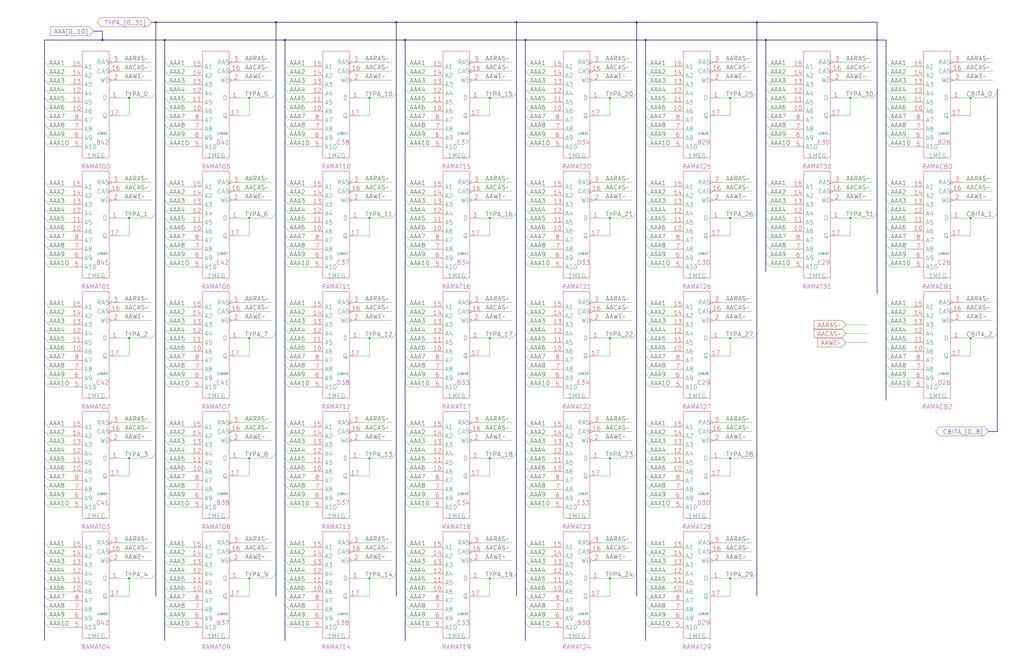
<source format=kicad_sch>
(kicad_sch (version 20230121) (generator eeschema)
  (paper "User" 584.2 378.46)
  (title_block (title "PLANEA DYNAMIC RAMS\\nTYPE BITS 0-31\\nCHECK BITS 0-2") (date "08-MAR-90") (rev "0.0") (comment 1 "MEM32 BOARD") (comment 2 "232-003066") (comment 3 "S400") (comment 4 "RELEASED"))
  (junction (at 416.56 124.46))
  (junction (at 347.98 193.04))
  (junction (at 142.24 55.88))
  (junction (at 58.42 22.86))
  (junction (at 142.24 330.2))
  (junction (at 553.72 193.04))
  (junction (at 416.56 55.88))
  (junction (at 485.14 124.46))
  (junction (at 231.14 22.86))
  (junction (at 436.88 22.86))
  (junction (at 416.56 330.2))
  (junction (at 210.82 261.62))
  (junction (at 210.82 193.04))
  (junction (at 162.56 22.86))
  (junction (at 157.48 12.7))
  (junction (at 226.06 12.7))
  (junction (at 279.4 261.62))
  (junction (at 553.72 55.88))
  (junction (at 416.56 261.62))
  (junction (at 368.3 22.86))
  (junction (at 73.66 330.2))
  (junction (at 279.4 193.04))
  (junction (at 142.24 124.46))
  (junction (at 416.56 193.04))
  (junction (at 347.98 124.46))
  (junction (at 73.66 55.88))
  (junction (at 73.66 261.62))
  (junction (at 88.9 12.7))
  (junction (at 142.24 261.62))
  (junction (at 485.14 55.88))
  (junction (at 279.4 124.46))
  (junction (at 347.98 330.2))
  (junction (at 210.82 124.46))
  (junction (at 142.24 193.04))
  (junction (at 279.4 55.88))
  (junction (at 347.98 55.88))
  (junction (at 347.98 261.62))
  (junction (at 299.72 22.86))
  (junction (at 279.4 330.2))
  (junction (at 553.72 124.46))
  (junction (at 210.82 55.88))
  (junction (at 210.82 330.2))
  (junction (at 73.66 193.04))
  (junction (at 93.98 22.86))
  (junction (at 431.8 12.7))
  (junction (at 73.66 124.46))
  (junction (at 363.22 12.7))
  (junction (at 294.64 12.7))
  (bus_entry (at 162.56 218.44) (size 2.54 2.54))
  (bus_entry (at 25.4 261.62) (size 2.54 2.54))
  (bus_entry (at 431.8 259.08) (size -2.54 2.54))
  (bus_entry (at 299.72 35.56) (size 2.54 2.54))
  (bus_entry (at 93.98 208.28) (size 2.54 2.54))
  (bus_entry (at 431.8 53.34) (size -2.54 2.54))
  (bus_entry (at 162.56 104.14) (size 2.54 2.54))
  (bus_entry (at 368.3 320.04) (size 2.54 2.54))
  (bus_entry (at 299.72 66.04) (size 2.54 2.54))
  (bus_entry (at 93.98 213.36) (size 2.54 2.54))
  (bus_entry (at 25.4 119.38) (size 2.54 2.54))
  (bus_entry (at 368.3 177.8) (size 2.54 2.54))
  (bus_entry (at 25.4 187.96) (size 2.54 2.54))
  (bus_entry (at 162.56 314.96) (size 2.54 2.54))
  (bus_entry (at 162.56 139.7) (size 2.54 2.54))
  (bus_entry (at 25.4 241.3) (size 2.54 2.54))
  (bus_entry (at 299.72 134.62) (size 2.54 2.54))
  (bus_entry (at 25.4 177.8) (size 2.54 2.54))
  (bus_entry (at 431.8 327.66) (size -2.54 2.54))
  (bus_entry (at 568.96 53.34) (size -2.54 2.54))
  (bus_entry (at 505.46 198.12) (size 2.54 2.54))
  (bus_entry (at 299.72 119.38) (size 2.54 2.54))
  (bus_entry (at 231.14 345.44) (size 2.54 2.54))
  (bus_entry (at 25.4 139.7) (size 2.54 2.54))
  (bus_entry (at 368.3 309.88) (size 2.54 2.54))
  (bus_entry (at 299.72 177.8) (size 2.54 2.54))
  (bus_entry (at 505.46 76.2) (size 2.54 2.54))
  (bus_entry (at 231.14 149.86) (size 2.54 2.54))
  (bus_entry (at 88.9 259.08) (size -2.54 2.54))
  (bus_entry (at 25.4 172.72) (size 2.54 2.54))
  (bus_entry (at 299.72 330.2) (size 2.54 2.54))
  (bus_entry (at 299.72 50.8) (size 2.54 2.54))
  (bus_entry (at 25.4 276.86) (size 2.54 2.54))
  (bus_entry (at 231.14 246.38) (size 2.54 2.54))
  (bus_entry (at 368.3 124.46) (size 2.54 2.54))
  (bus_entry (at 368.3 350.52) (size 2.54 2.54))
  (bus_entry (at 294.64 190.5) (size -2.54 2.54))
  (bus_entry (at 294.64 327.66) (size -2.54 2.54))
  (bus_entry (at 25.4 104.14) (size 2.54 2.54))
  (bus_entry (at 436.88 139.7) (size 2.54 2.54))
  (bus_entry (at 231.14 355.6) (size 2.54 2.54))
  (bus_entry (at 299.72 124.46) (size 2.54 2.54))
  (bus_entry (at 93.98 81.28) (size 2.54 2.54))
  (bus_entry (at 93.98 45.72) (size 2.54 2.54))
  (bus_entry (at 231.14 241.3) (size 2.54 2.54))
  (bus_entry (at 231.14 66.04) (size 2.54 2.54))
  (bus_entry (at 93.98 182.88) (size 2.54 2.54))
  (bus_entry (at 436.88 71.12) (size 2.54 2.54))
  (bus_entry (at 505.46 177.8) (size 2.54 2.54))
  (bus_entry (at 505.46 124.46) (size 2.54 2.54))
  (bus_entry (at 368.3 251.46) (size 2.54 2.54))
  (bus_entry (at 25.4 144.78) (size 2.54 2.54))
  (bus_entry (at 231.14 35.56) (size 2.54 2.54))
  (bus_entry (at 368.3 109.22) (size 2.54 2.54))
  (bus_entry (at 93.98 320.04) (size 2.54 2.54))
  (bus_entry (at 368.3 182.88) (size 2.54 2.54))
  (bus_entry (at 162.56 251.46) (size 2.54 2.54))
  (bus_entry (at 368.3 149.86) (size 2.54 2.54))
  (bus_entry (at 231.14 40.64) (size 2.54 2.54))
  (bus_entry (at 368.3 119.38) (size 2.54 2.54))
  (bus_entry (at 368.3 35.56) (size 2.54 2.54))
  (bus_entry (at 25.4 256.54) (size 2.54 2.54))
  (bus_entry (at 231.14 256.54) (size 2.54 2.54))
  (bus_entry (at 436.88 144.78) (size 2.54 2.54))
  (bus_entry (at 368.3 335.28) (size 2.54 2.54))
  (bus_entry (at 299.72 187.96) (size 2.54 2.54))
  (bus_entry (at 231.14 325.12) (size 2.54 2.54))
  (bus_entry (at 505.46 81.28) (size 2.54 2.54))
  (bus_entry (at 368.3 330.2) (size 2.54 2.54))
  (bus_entry (at 162.56 40.64) (size 2.54 2.54))
  (bus_entry (at 162.56 172.72) (size 2.54 2.54))
  (bus_entry (at 93.98 246.38) (size 2.54 2.54))
  (bus_entry (at 231.14 129.54) (size 2.54 2.54))
  (bus_entry (at 505.46 35.56) (size 2.54 2.54))
  (bus_entry (at 431.8 121.92) (size -2.54 2.54))
  (bus_entry (at 299.72 271.78) (size 2.54 2.54))
  (bus_entry (at 505.46 139.7) (size 2.54 2.54))
  (bus_entry (at 226.06 259.08) (size -2.54 2.54))
  (bus_entry (at 162.56 256.54) (size 2.54 2.54))
  (bus_entry (at 157.48 190.5) (size -2.54 2.54))
  (bus_entry (at 162.56 76.2) (size 2.54 2.54))
  (bus_entry (at 299.72 45.72) (size 2.54 2.54))
  (bus_entry (at 157.48 53.34) (size -2.54 2.54))
  (bus_entry (at 505.46 40.64) (size 2.54 2.54))
  (bus_entry (at 25.4 71.12) (size 2.54 2.54))
  (bus_entry (at 93.98 350.52) (size 2.54 2.54))
  (bus_entry (at 505.46 218.44) (size 2.54 2.54))
  (bus_entry (at 25.4 309.88) (size 2.54 2.54))
  (bus_entry (at 368.3 134.62) (size 2.54 2.54))
  (bus_entry (at 299.72 345.44) (size 2.54 2.54))
  (bus_entry (at 162.56 66.04) (size 2.54 2.54))
  (bus_entry (at 231.14 208.28) (size 2.54 2.54))
  (bus_entry (at 231.14 276.86) (size 2.54 2.54))
  (bus_entry (at 436.88 149.86) (size 2.54 2.54))
  (bus_entry (at 299.72 149.86) (size 2.54 2.54))
  (bus_entry (at 93.98 330.2) (size 2.54 2.54))
  (bus_entry (at 226.06 53.34) (size -2.54 2.54))
  (bus_entry (at 88.9 327.66) (size -2.54 2.54))
  (bus_entry (at 93.98 144.78) (size 2.54 2.54))
  (bus_entry (at 25.4 55.88) (size 2.54 2.54))
  (bus_entry (at 93.98 193.04) (size 2.54 2.54))
  (bus_entry (at 231.14 45.72) (size 2.54 2.54))
  (bus_entry (at 231.14 71.12) (size 2.54 2.54))
  (bus_entry (at 363.22 259.08) (size -2.54 2.54))
  (bus_entry (at 231.14 266.7) (size 2.54 2.54))
  (bus_entry (at 368.3 287.02) (size 2.54 2.54))
  (bus_entry (at 25.4 60.96) (size 2.54 2.54))
  (bus_entry (at 162.56 149.86) (size 2.54 2.54))
  (bus_entry (at 25.4 81.28) (size 2.54 2.54))
  (bus_entry (at 436.88 104.14) (size 2.54 2.54))
  (bus_entry (at 162.56 109.22) (size 2.54 2.54))
  (bus_entry (at 294.64 53.34) (size -2.54 2.54))
  (bus_entry (at 93.98 50.8) (size 2.54 2.54))
  (bus_entry (at 505.46 213.36) (size 2.54 2.54))
  (bus_entry (at 368.3 218.44) (size 2.54 2.54))
  (bus_entry (at 294.64 259.08) (size -2.54 2.54))
  (bus_entry (at 299.72 241.3) (size 2.54 2.54))
  (bus_entry (at 93.98 281.94) (size 2.54 2.54))
  (bus_entry (at 299.72 71.12) (size 2.54 2.54))
  (bus_entry (at 93.98 134.62) (size 2.54 2.54))
  (bus_entry (at 93.98 271.78) (size 2.54 2.54))
  (bus_entry (at 162.56 350.52) (size 2.54 2.54))
  (bus_entry (at 505.46 208.28) (size 2.54 2.54))
  (bus_entry (at 231.14 203.2) (size 2.54 2.54))
  (bus_entry (at 368.3 314.96) (size 2.54 2.54))
  (bus_entry (at 93.98 119.38) (size 2.54 2.54))
  (bus_entry (at 431.8 190.5) (size -2.54 2.54))
  (bus_entry (at 25.4 320.04) (size 2.54 2.54))
  (bus_entry (at 93.98 198.12) (size 2.54 2.54))
  (bus_entry (at 231.14 134.62) (size 2.54 2.54))
  (bus_entry (at 162.56 320.04) (size 2.54 2.54))
  (bus_entry (at 368.3 129.54) (size 2.54 2.54))
  (bus_entry (at 231.14 340.36) (size 2.54 2.54))
  (bus_entry (at 568.96 190.5) (size -2.54 2.54))
  (bus_entry (at 436.88 50.8) (size 2.54 2.54))
  (bus_entry (at 299.72 261.62) (size 2.54 2.54))
  (bus_entry (at 162.56 134.62) (size 2.54 2.54))
  (bus_entry (at 299.72 193.04) (size 2.54 2.54))
  (bus_entry (at 505.46 144.78) (size 2.54 2.54))
  (bus_entry (at 93.98 266.7) (size 2.54 2.54))
  (bus_entry (at 231.14 139.7) (size 2.54 2.54))
  (bus_entry (at 25.4 355.6) (size 2.54 2.54))
  (bus_entry (at 363.22 121.92) (size -2.54 2.54))
  (bus_entry (at 25.4 271.78) (size 2.54 2.54))
  (bus_entry (at 162.56 241.3) (size 2.54 2.54))
  (bus_entry (at 368.3 45.72) (size 2.54 2.54))
  (bus_entry (at 231.14 109.22) (size 2.54 2.54))
  (bus_entry (at 436.88 55.88) (size 2.54 2.54))
  (bus_entry (at 157.48 327.66) (size -2.54 2.54))
  (bus_entry (at 436.88 35.56) (size 2.54 2.54))
  (bus_entry (at 162.56 177.8) (size 2.54 2.54))
  (bus_entry (at 93.98 55.88) (size 2.54 2.54))
  (bus_entry (at 368.3 187.96) (size 2.54 2.54))
  (bus_entry (at 231.14 218.44) (size 2.54 2.54))
  (bus_entry (at 368.3 340.36) (size 2.54 2.54))
  (bus_entry (at 363.22 53.34) (size -2.54 2.54))
  (bus_entry (at 299.72 256.54) (size 2.54 2.54))
  (bus_entry (at 505.46 193.04) (size 2.54 2.54))
  (bus_entry (at 162.56 45.72) (size 2.54 2.54))
  (bus_entry (at 368.3 198.12) (size 2.54 2.54))
  (bus_entry (at 299.72 198.12) (size 2.54 2.54))
  (bus_entry (at 25.4 335.28) (size 2.54 2.54))
  (bus_entry (at 162.56 193.04) (size 2.54 2.54))
  (bus_entry (at 25.4 218.44) (size 2.54 2.54))
  (bus_entry (at 25.4 340.36) (size 2.54 2.54))
  (bus_entry (at 231.14 281.94) (size 2.54 2.54))
  (bus_entry (at 505.46 71.12) (size 2.54 2.54))
  (bus_entry (at 25.4 314.96) (size 2.54 2.54))
  (bus_entry (at 25.4 45.72) (size 2.54 2.54))
  (bus_entry (at 93.98 139.7) (size 2.54 2.54))
  (bus_entry (at 25.4 325.12) (size 2.54 2.54))
  (bus_entry (at 93.98 314.96) (size 2.54 2.54))
  (bus_entry (at 25.4 251.46) (size 2.54 2.54))
  (bus_entry (at 368.3 139.7) (size 2.54 2.54))
  (bus_entry (at 25.4 66.04) (size 2.54 2.54))
  (bus_entry (at 162.56 187.96) (size 2.54 2.54))
  (bus_entry (at 505.46 134.62) (size 2.54 2.54))
  (bus_entry (at 162.56 203.2) (size 2.54 2.54))
  (bus_entry (at 162.56 114.3) (size 2.54 2.54))
  (bus_entry (at 368.3 276.86) (size 2.54 2.54))
  (bus_entry (at 162.56 119.38) (size 2.54 2.54))
  (bus_entry (at 25.4 208.28) (size 2.54 2.54))
  (bus_entry (at 436.88 129.54) (size 2.54 2.54))
  (bus_entry (at 162.56 345.44) (size 2.54 2.54))
  (bus_entry (at 368.3 66.04) (size 2.54 2.54))
  (bus_entry (at 162.56 276.86) (size 2.54 2.54))
  (bus_entry (at 25.4 182.88) (size 2.54 2.54))
  (bus_entry (at 93.98 251.46) (size 2.54 2.54))
  (bus_entry (at 299.72 203.2) (size 2.54 2.54))
  (bus_entry (at 226.06 327.66) (size -2.54 2.54))
  (bus_entry (at 93.98 256.54) (size 2.54 2.54))
  (bus_entry (at 299.72 218.44) (size 2.54 2.54))
  (bus_entry (at 162.56 246.38) (size 2.54 2.54))
  (bus_entry (at 231.14 177.8) (size 2.54 2.54))
  (bus_entry (at 299.72 213.36) (size 2.54 2.54))
  (bus_entry (at 93.98 325.12) (size 2.54 2.54))
  (bus_entry (at 162.56 208.28) (size 2.54 2.54))
  (bus_entry (at 93.98 340.36) (size 2.54 2.54))
  (bus_entry (at 505.46 109.22) (size 2.54 2.54))
  (bus_entry (at 93.98 129.54) (size 2.54 2.54))
  (bus_entry (at 505.46 203.2) (size 2.54 2.54))
  (bus_entry (at 231.14 172.72) (size 2.54 2.54))
  (bus_entry (at 93.98 66.04) (size 2.54 2.54))
  (bus_entry (at 299.72 139.7) (size 2.54 2.54))
  (bus_entry (at 505.46 45.72) (size 2.54 2.54))
  (bus_entry (at 299.72 325.12) (size 2.54 2.54))
  (bus_entry (at 368.3 40.64) (size 2.54 2.54))
  (bus_entry (at 505.46 172.72) (size 2.54 2.54))
  (bus_entry (at 231.14 50.8) (size 2.54 2.54))
  (bus_entry (at 436.88 76.2) (size 2.54 2.54))
  (bus_entry (at 231.14 76.2) (size 2.54 2.54))
  (bus_entry (at 25.4 246.38) (size 2.54 2.54))
  (bus_entry (at 568.96 121.92) (size -2.54 2.54))
  (bus_entry (at 25.4 114.3) (size 2.54 2.54))
  (bus_entry (at 25.4 50.8) (size 2.54 2.54))
  (bus_entry (at 368.3 241.3) (size 2.54 2.54))
  (bus_entry (at 93.98 172.72) (size 2.54 2.54))
  (bus_entry (at 93.98 40.64) (size 2.54 2.54))
  (bus_entry (at 436.88 114.3) (size 2.54 2.54))
  (bus_entry (at 368.3 261.62) (size 2.54 2.54))
  (bus_entry (at 368.3 60.96) (size 2.54 2.54))
  (bus_entry (at 93.98 114.3) (size 2.54 2.54))
  (bus_entry (at 231.14 124.46) (size 2.54 2.54))
  (bus_entry (at 368.3 266.7) (size 2.54 2.54))
  (bus_entry (at 25.4 109.22) (size 2.54 2.54))
  (bus_entry (at 93.98 76.2) (size 2.54 2.54))
  (bus_entry (at 162.56 60.96) (size 2.54 2.54))
  (bus_entry (at 436.88 66.04) (size 2.54 2.54))
  (bus_entry (at 162.56 309.88) (size 2.54 2.54))
  (bus_entry (at 162.56 261.62) (size 2.54 2.54))
  (bus_entry (at 231.14 187.96) (size 2.54 2.54))
  (bus_entry (at 231.14 213.36) (size 2.54 2.54))
  (bus_entry (at 505.46 50.8) (size 2.54 2.54))
  (bus_entry (at 299.72 114.3) (size 2.54 2.54))
  (bus_entry (at 299.72 281.94) (size 2.54 2.54))
  (bus_entry (at 93.98 287.02) (size 2.54 2.54))
  (bus_entry (at 299.72 182.88) (size 2.54 2.54))
  (bus_entry (at 231.14 320.04) (size 2.54 2.54))
  (bus_entry (at 368.3 256.54) (size 2.54 2.54))
  (bus_entry (at 93.98 355.6) (size 2.54 2.54))
  (bus_entry (at 505.46 119.38) (size 2.54 2.54))
  (bus_entry (at 368.3 203.2) (size 2.54 2.54))
  (bus_entry (at 231.14 271.78) (size 2.54 2.54))
  (bus_entry (at 368.3 213.36) (size 2.54 2.54))
  (bus_entry (at 299.72 287.02) (size 2.54 2.54))
  (bus_entry (at 162.56 198.12) (size 2.54 2.54))
  (bus_entry (at 162.56 335.28) (size 2.54 2.54))
  (bus_entry (at 231.14 119.38) (size 2.54 2.54))
  (bus_entry (at 299.72 172.72) (size 2.54 2.54))
  (bus_entry (at 368.3 114.3) (size 2.54 2.54))
  (bus_entry (at 25.4 76.2) (size 2.54 2.54))
  (bus_entry (at 162.56 325.12) (size 2.54 2.54))
  (bus_entry (at 93.98 104.14) (size 2.54 2.54))
  (bus_entry (at 299.72 76.2) (size 2.54 2.54))
  (bus_entry (at 368.3 76.2) (size 2.54 2.54))
  (bus_entry (at 231.14 114.3) (size 2.54 2.54))
  (bus_entry (at 299.72 144.78) (size 2.54 2.54))
  (bus_entry (at 25.4 330.2) (size 2.54 2.54))
  (bus_entry (at 299.72 109.22) (size 2.54 2.54))
  (bus_entry (at 368.3 193.04) (size 2.54 2.54))
  (bus_entry (at 368.3 355.6) (size 2.54 2.54))
  (bus_entry (at 93.98 71.12) (size 2.54 2.54))
  (bus_entry (at 368.3 50.8) (size 2.54 2.54))
  (bus_entry (at 162.56 330.2) (size 2.54 2.54))
  (bus_entry (at 299.72 266.7) (size 2.54 2.54))
  (bus_entry (at 93.98 218.44) (size 2.54 2.54))
  (bus_entry (at 299.72 208.28) (size 2.54 2.54))
  (bus_entry (at 231.14 335.28) (size 2.54 2.54))
  (bus_entry (at 162.56 266.7) (size 2.54 2.54))
  (bus_entry (at 162.56 129.54) (size 2.54 2.54))
  (bus_entry (at 93.98 124.46) (size 2.54 2.54))
  (bus_entry (at 25.4 35.56) (size 2.54 2.54))
  (bus_entry (at 88.9 53.34) (size -2.54 2.54))
  (bus_entry (at 231.14 60.96) (size 2.54 2.54))
  (bus_entry (at 93.98 35.56) (size 2.54 2.54))
  (bus_entry (at 162.56 271.78) (size 2.54 2.54))
  (bus_entry (at 25.4 281.94) (size 2.54 2.54))
  (bus_entry (at 299.72 276.86) (size 2.54 2.54))
  (bus_entry (at 299.72 104.14) (size 2.54 2.54))
  (bus_entry (at 436.88 109.22) (size 2.54 2.54))
  (bus_entry (at 93.98 109.22) (size 2.54 2.54))
  (bus_entry (at 93.98 60.96) (size 2.54 2.54))
  (bus_entry (at 231.14 104.14) (size 2.54 2.54))
  (bus_entry (at 299.72 335.28) (size 2.54 2.54))
  (bus_entry (at 299.72 60.96) (size 2.54 2.54))
  (bus_entry (at 368.3 144.78) (size 2.54 2.54))
  (bus_entry (at 436.88 134.62) (size 2.54 2.54))
  (bus_entry (at 436.88 81.28) (size 2.54 2.54))
  (bus_entry (at 93.98 276.86) (size 2.54 2.54))
  (bus_entry (at 368.3 246.38) (size 2.54 2.54))
  (bus_entry (at 363.22 190.5) (size -2.54 2.54))
  (bus_entry (at 25.4 350.52) (size 2.54 2.54))
  (bus_entry (at 157.48 121.92) (size -2.54 2.54))
  (bus_entry (at 368.3 325.12) (size 2.54 2.54))
  (bus_entry (at 157.48 259.08) (size -2.54 2.54))
  (bus_entry (at 299.72 129.54) (size 2.54 2.54))
  (bus_entry (at 162.56 340.36) (size 2.54 2.54))
  (bus_entry (at 93.98 177.8) (size 2.54 2.54))
  (bus_entry (at 368.3 281.94) (size 2.54 2.54))
  (bus_entry (at 368.3 71.12) (size 2.54 2.54))
  (bus_entry (at 505.46 60.96) (size 2.54 2.54))
  (bus_entry (at 162.56 71.12) (size 2.54 2.54))
  (bus_entry (at 299.72 350.52) (size 2.54 2.54))
  (bus_entry (at 231.14 182.88) (size 2.54 2.54))
  (bus_entry (at 93.98 149.86) (size 2.54 2.54))
  (bus_entry (at 299.72 355.6) (size 2.54 2.54))
  (bus_entry (at 299.72 251.46) (size 2.54 2.54))
  (bus_entry (at 505.46 149.86) (size 2.54 2.54))
  (bus_entry (at 299.72 40.64) (size 2.54 2.54))
  (bus_entry (at 436.88 40.64) (size 2.54 2.54))
  (bus_entry (at 368.3 208.28) (size 2.54 2.54))
  (bus_entry (at 162.56 124.46) (size 2.54 2.54))
  (bus_entry (at 162.56 355.6) (size 2.54 2.54))
  (bus_entry (at 436.88 124.46) (size 2.54 2.54))
  (bus_entry (at 25.4 287.02) (size 2.54 2.54))
  (bus_entry (at 231.14 350.52) (size 2.54 2.54))
  (bus_entry (at 231.14 309.88) (size 2.54 2.54))
  (bus_entry (at 226.06 121.92) (size -2.54 2.54))
  (bus_entry (at 368.3 172.72) (size 2.54 2.54))
  (bus_entry (at 93.98 335.28) (size 2.54 2.54))
  (bus_entry (at 162.56 144.78) (size 2.54 2.54))
  (bus_entry (at 25.4 134.62) (size 2.54 2.54))
  (bus_entry (at 299.72 314.96) (size 2.54 2.54))
  (bus_entry (at 299.72 309.88) (size 2.54 2.54))
  (bus_entry (at 93.98 203.2) (size 2.54 2.54))
  (bus_entry (at 93.98 345.44) (size 2.54 2.54))
  (bus_entry (at 162.56 182.88) (size 2.54 2.54))
  (bus_entry (at 93.98 187.96) (size 2.54 2.54))
  (bus_entry (at 299.72 55.88) (size 2.54 2.54))
  (bus_entry (at 162.56 287.02) (size 2.54 2.54))
  (bus_entry (at 299.72 320.04) (size 2.54 2.54))
  (bus_entry (at 25.4 40.64) (size 2.54 2.54))
  (bus_entry (at 25.4 203.2) (size 2.54 2.54))
  (bus_entry (at 162.56 35.56) (size 2.54 2.54))
  (bus_entry (at 231.14 330.2) (size 2.54 2.54))
  (bus_entry (at 363.22 327.66) (size -2.54 2.54))
  (bus_entry (at 231.14 55.88) (size 2.54 2.54))
  (bus_entry (at 93.98 241.3) (size 2.54 2.54))
  (bus_entry (at 25.4 129.54) (size 2.54 2.54))
  (bus_entry (at 505.46 104.14) (size 2.54 2.54))
  (bus_entry (at 505.46 129.54) (size 2.54 2.54))
  (bus_entry (at 231.14 261.62) (size 2.54 2.54))
  (bus_entry (at 226.06 190.5) (size -2.54 2.54))
  (bus_entry (at 368.3 55.88) (size 2.54 2.54))
  (bus_entry (at 231.14 81.28) (size 2.54 2.54))
  (bus_entry (at 505.46 182.88) (size 2.54 2.54))
  (bus_entry (at 436.88 60.96) (size 2.54 2.54))
  (bus_entry (at 436.88 119.38) (size 2.54 2.54))
  (bus_entry (at 25.4 193.04) (size 2.54 2.54))
  (bus_entry (at 368.3 104.14) (size 2.54 2.54))
  (bus_entry (at 25.4 124.46) (size 2.54 2.54))
  (bus_entry (at 231.14 314.96) (size 2.54 2.54))
  (bus_entry (at 162.56 55.88) (size 2.54 2.54))
  (bus_entry (at 88.9 190.5) (size -2.54 2.54))
  (bus_entry (at 93.98 261.62) (size 2.54 2.54))
  (bus_entry (at 25.4 345.44) (size 2.54 2.54))
  (bus_entry (at 500.38 53.34) (size -2.54 2.54))
  (bus_entry (at 299.72 340.36) (size 2.54 2.54))
  (bus_entry (at 25.4 149.86) (size 2.54 2.54))
  (bus_entry (at 162.56 81.28) (size 2.54 2.54))
  (bus_entry (at 299.72 246.38) (size 2.54 2.54))
  (bus_entry (at 436.88 45.72) (size 2.54 2.54))
  (bus_entry (at 505.46 114.3) (size 2.54 2.54))
  (bus_entry (at 88.9 121.92) (size -2.54 2.54))
  (bus_entry (at 231.14 287.02) (size 2.54 2.54))
  (bus_entry (at 299.72 81.28) (size 2.54 2.54))
  (bus_entry (at 25.4 266.7) (size 2.54 2.54))
  (bus_entry (at 162.56 213.36) (size 2.54 2.54))
  (bus_entry (at 25.4 213.36) (size 2.54 2.54))
  (bus_entry (at 231.14 251.46) (size 2.54 2.54))
  (bus_entry (at 231.14 144.78) (size 2.54 2.54))
  (bus_entry (at 162.56 281.94) (size 2.54 2.54))
  (bus_entry (at 368.3 271.78) (size 2.54 2.54))
  (bus_entry (at 500.38 121.92) (size -2.54 2.54))
  (bus_entry (at 505.46 55.88) (size 2.54 2.54))
  (bus_entry (at 231.14 193.04) (size 2.54 2.54))
  (bus_entry (at 368.3 345.44) (size 2.54 2.54))
  (bus_entry (at 162.56 50.8) (size 2.54 2.54))
  (bus_entry (at 505.46 187.96) (size 2.54 2.54))
  (bus_entry (at 25.4 198.12) (size 2.54 2.54))
  (bus_entry (at 505.46 66.04) (size 2.54 2.54))
  (bus_entry (at 93.98 309.88) (size 2.54 2.54))
  (bus_entry (at 294.64 121.92) (size -2.54 2.54))
  (bus_entry (at 231.14 198.12) (size 2.54 2.54))
  (bus_entry (at 368.3 81.28) (size 2.54 2.54))
  (bus (pts (xy 231.14 134.62) (xy 231.14 139.7)))
  (bus (pts (xy 25.4 325.12) (xy 25.4 330.2)))
  (wire (pts (xy 27.94 274.32) (xy 40.64 274.32)))
  (wire (pts (xy 233.68 43.18) (xy 246.38 43.18)))
  (wire (pts (xy 233.68 337.82) (xy 246.38 337.82)))
  (bus (pts (xy 25.4 335.28) (xy 25.4 340.36)))
  (wire (pts (xy 137.16 241.3) (xy 154.94 241.3)))
  (bus (pts (xy 162.56 124.46) (xy 162.56 129.54)))
  (wire (pts (xy 508 83.82) (xy 520.7 83.82)))
  (wire (pts (xy 233.68 58.42) (xy 246.38 58.42)))
  (wire (pts (xy 274.32 193.04) (xy 279.4 193.04)))
  (wire (pts (xy 233.68 116.84) (xy 246.38 116.84)))
  (wire (pts (xy 205.74 35.56) (xy 223.52 35.56)))
  (wire (pts (xy 233.68 68.58) (xy 246.38 68.58)))
  (wire (pts (xy 142.24 66.04) (xy 142.24 55.88)))
  (wire (pts (xy 27.94 264.16) (xy 40.64 264.16)))
  (wire (pts (xy 68.58 330.2) (xy 73.66 330.2)))
  (wire (pts (xy 302.26 215.9) (xy 314.96 215.9)))
  (bus (pts (xy 157.48 190.5) (xy 157.48 259.08)))
  (bus (pts (xy 436.88 124.46) (xy 436.88 129.54)))
  (wire (pts (xy 508 185.42) (xy 520.7 185.42)))
  (wire (pts (xy 96.52 63.5) (xy 109.22 63.5)))
  (bus (pts (xy 25.4 119.38) (xy 25.4 124.46)))
  (wire (pts (xy 96.52 215.9) (xy 109.22 215.9)))
  (wire (pts (xy 96.52 147.32) (xy 109.22 147.32)))
  (wire (pts (xy 302.26 259.08) (xy 314.96 259.08)))
  (wire (pts (xy 73.66 203.2) (xy 73.66 193.04)))
  (bus (pts (xy 363.22 12.7) (xy 363.22 53.34)))
  (bus (pts (xy 436.88 109.22) (xy 436.88 114.3)))
  (wire (pts (xy 68.58 177.8) (xy 86.36 177.8)))
  (bus (pts (xy 162.56 172.72) (xy 162.56 177.8)))
  (wire (pts (xy 233.68 121.92) (xy 246.38 121.92)))
  (wire (pts (xy 27.94 63.5) (xy 40.64 63.5)))
  (bus (pts (xy 368.3 22.86) (xy 368.3 35.56)))
  (bus (pts (xy 25.4 139.7) (xy 25.4 144.78)))
  (bus (pts (xy 93.98 314.96) (xy 93.98 320.04)))
  (bus (pts (xy 299.72 208.28) (xy 299.72 213.36)))
  (wire (pts (xy 27.94 142.24) (xy 40.64 142.24)))
  (wire (pts (xy 302.26 332.74) (xy 314.96 332.74)))
  (wire (pts (xy 96.52 342.9) (xy 109.22 342.9)))
  (wire (pts (xy 302.26 337.82) (xy 314.96 337.82)))
  (bus (pts (xy 93.98 50.8) (xy 93.98 55.88)))
  (wire (pts (xy 137.16 177.8) (xy 154.94 177.8)))
  (bus (pts (xy 505.46 172.72) (xy 505.46 177.8)))
  (bus (pts (xy 25.4 350.52) (xy 25.4 355.6)))
  (wire (pts (xy 342.9 104.14) (xy 360.68 104.14)))
  (bus (pts (xy 436.88 76.2) (xy 436.88 81.28)))
  (bus (pts (xy 231.14 330.2) (xy 231.14 335.28)))
  (bus (pts (xy 299.72 355.6) (xy 299.72 365.76)))
  (wire (pts (xy 370.84 322.58) (xy 383.54 322.58)))
  (bus (pts (xy 299.72 139.7) (xy 299.72 144.78)))
  (bus (pts (xy 436.88 22.86) (xy 505.46 22.86)))
  (wire (pts (xy 205.74 134.62) (xy 210.82 134.62)))
  (wire (pts (xy 508 147.32) (xy 520.7 147.32)))
  (wire (pts (xy 370.84 121.92) (xy 383.54 121.92)))
  (wire (pts (xy 137.16 35.56) (xy 154.94 35.56)))
  (wire (pts (xy 27.94 43.18) (xy 40.64 43.18)))
  (bus (pts (xy 231.14 208.28) (xy 231.14 213.36)))
  (bus (pts (xy 436.88 144.78) (xy 436.88 149.86)))
  (bus (pts (xy 505.46 203.2) (xy 505.46 208.28)))
  (bus (pts (xy 162.56 271.78) (xy 162.56 276.86)))
  (bus (pts (xy 162.56 193.04) (xy 162.56 198.12)))
  (wire (pts (xy 302.26 142.24) (xy 314.96 142.24)))
  (bus (pts (xy 231.14 350.52) (xy 231.14 355.6)))
  (wire (pts (xy 411.48 182.88) (xy 429.26 182.88)))
  (wire (pts (xy 482.6 195.58) (xy 495.3 195.58)))
  (wire (pts (xy 548.64 203.2) (xy 553.72 203.2)))
  (wire (pts (xy 165.1 132.08) (xy 177.8 132.08)))
  (wire (pts (xy 370.84 327.66) (xy 383.54 327.66)))
  (wire (pts (xy 205.74 55.88) (xy 210.82 55.88)))
  (wire (pts (xy 165.1 137.16) (xy 177.8 137.16)))
  (bus (pts (xy 25.4 124.46) (xy 25.4 129.54)))
  (wire (pts (xy 370.84 175.26) (xy 383.54 175.26)))
  (bus (pts (xy 368.3 81.28) (xy 368.3 104.14)))
  (wire (pts (xy 347.98 203.2) (xy 347.98 193.04)))
  (wire (pts (xy 73.66 340.36) (xy 73.66 330.2)))
  (wire (pts (xy 279.4 134.62) (xy 279.4 124.46)))
  (wire (pts (xy 302.26 152.4) (xy 314.96 152.4)))
  (wire (pts (xy 302.26 68.58) (xy 314.96 68.58)))
  (wire (pts (xy 342.9 314.96) (xy 360.68 314.96)))
  (bus (pts (xy 505.46 76.2) (xy 505.46 81.28)))
  (bus (pts (xy 162.56 139.7) (xy 162.56 144.78)))
  (bus (pts (xy 25.4 177.8) (xy 25.4 182.88)))
  (bus (pts (xy 294.64 259.08) (xy 294.64 327.66)))
  (wire (pts (xy 27.94 289.56) (xy 40.64 289.56)))
  (bus (pts (xy 363.22 121.92) (xy 363.22 190.5)))
  (bus (pts (xy 505.46 139.7) (xy 505.46 144.78)))
  (bus (pts (xy 93.98 104.14) (xy 93.98 109.22)))
  (wire (pts (xy 302.26 254) (xy 314.96 254)))
  (wire (pts (xy 165.1 264.16) (xy 177.8 264.16)))
  (wire (pts (xy 416.56 193.04) (xy 429.26 193.04)))
  (bus (pts (xy 93.98 309.88) (xy 93.98 314.96)))
  (wire (pts (xy 439.42 137.16) (xy 452.12 137.16)))
  (bus (pts (xy 231.14 50.8) (xy 231.14 55.88)))
  (bus (pts (xy 226.06 121.92) (xy 226.06 190.5)))
  (bus (pts (xy 299.72 109.22) (xy 299.72 114.3)))
  (bus (pts (xy 505.46 119.38) (xy 505.46 124.46)))
  (wire (pts (xy 68.58 134.62) (xy 73.66 134.62)))
  (wire (pts (xy 165.1 342.9) (xy 177.8 342.9)))
  (bus (pts (xy 162.56 355.6) (xy 162.56 365.76)))
  (wire (pts (xy 68.58 251.46) (xy 86.36 251.46)))
  (bus (pts (xy 25.4 208.28) (xy 25.4 213.36)))
  (wire (pts (xy 210.82 134.62) (xy 210.82 124.46)))
  (bus (pts (xy 231.14 251.46) (xy 231.14 256.54)))
  (bus (pts (xy 299.72 114.3) (xy 299.72 119.38)))
  (wire (pts (xy 439.42 127) (xy 452.12 127)))
  (bus (pts (xy 93.98 172.72) (xy 93.98 177.8)))
  (bus (pts (xy 294.64 121.92) (xy 294.64 190.5)))
  (wire (pts (xy 548.64 40.64) (xy 566.42 40.64)))
  (wire (pts (xy 205.74 271.78) (xy 210.82 271.78)))
  (wire (pts (xy 165.1 195.58) (xy 177.8 195.58)))
  (bus (pts (xy 231.14 187.96) (xy 231.14 193.04)))
  (wire (pts (xy 302.26 63.5) (xy 314.96 63.5)))
  (wire (pts (xy 165.1 48.26) (xy 177.8 48.26)))
  (wire (pts (xy 508 43.18) (xy 520.7 43.18)))
  (wire (pts (xy 68.58 182.88) (xy 86.36 182.88)))
  (wire (pts (xy 27.94 78.74) (xy 40.64 78.74)))
  (bus (pts (xy 25.4 330.2) (xy 25.4 335.28)))
  (wire (pts (xy 439.42 38.1) (xy 452.12 38.1)))
  (bus (pts (xy 25.4 22.86) (xy 25.4 35.56)))
  (wire (pts (xy 370.84 63.5) (xy 383.54 63.5)))
  (bus (pts (xy 231.14 45.72) (xy 231.14 50.8)))
  (wire (pts (xy 233.68 322.58) (xy 246.38 322.58)))
  (bus (pts (xy 294.64 53.34) (xy 294.64 121.92)))
  (wire (pts (xy 27.94 327.66) (xy 40.64 327.66)))
  (bus (pts (xy 93.98 71.12) (xy 93.98 76.2)))
  (bus (pts (xy 368.3 350.52) (xy 368.3 355.6)))
  (wire (pts (xy 274.32 314.96) (xy 292.1 314.96)))
  (bus (pts (xy 25.4 71.12) (xy 25.4 76.2)))
  (bus (pts (xy 162.56 335.28) (xy 162.56 340.36)))
  (wire (pts (xy 165.1 358.14) (xy 177.8 358.14)))
  (bus (pts (xy 436.88 50.8) (xy 436.88 55.88)))
  (wire (pts (xy 370.84 73.66) (xy 383.54 73.66)))
  (bus (pts (xy 93.98 45.72) (xy 93.98 50.8)))
  (bus (pts (xy 162.56 149.86) (xy 162.56 172.72)))
  (wire (pts (xy 480.06 134.62) (xy 485.14 134.62)))
  (wire (pts (xy 302.26 248.92) (xy 314.96 248.92)))
  (wire (pts (xy 411.48 45.72) (xy 429.26 45.72)))
  (wire (pts (xy 233.68 48.26) (xy 246.38 48.26)))
  (bus (pts (xy 368.3 177.8) (xy 368.3 182.88)))
  (bus (pts (xy 93.98 193.04) (xy 93.98 198.12)))
  (wire (pts (xy 302.26 205.74) (xy 314.96 205.74)))
  (bus (pts (xy 299.72 345.44) (xy 299.72 350.52)))
  (wire (pts (xy 274.32 114.3) (xy 292.1 114.3)))
  (wire (pts (xy 411.48 193.04) (xy 416.56 193.04)))
  (wire (pts (xy 548.64 66.04) (xy 553.72 66.04)))
  (wire (pts (xy 233.68 106.68) (xy 246.38 106.68)))
  (wire (pts (xy 370.84 220.98) (xy 383.54 220.98)))
  (bus (pts (xy 231.14 266.7) (xy 231.14 271.78)))
  (wire (pts (xy 553.72 66.04) (xy 553.72 55.88)))
  (wire (pts (xy 142.24 124.46) (xy 154.94 124.46)))
  (bus (pts (xy 162.56 314.96) (xy 162.56 320.04)))
  (wire (pts (xy 342.9 340.36) (xy 347.98 340.36)))
  (bus (pts (xy 299.72 76.2) (xy 299.72 81.28)))
  (wire (pts (xy 508 58.42) (xy 520.7 58.42)))
  (wire (pts (xy 96.52 332.74) (xy 109.22 332.74)))
  (wire (pts (xy 165.1 58.42) (xy 177.8 58.42)))
  (bus (pts (xy 162.56 177.8) (xy 162.56 182.88)))
  (bus (pts (xy 93.98 335.28) (xy 93.98 340.36)))
  (wire (pts (xy 347.98 55.88) (xy 360.68 55.88)))
  (wire (pts (xy 233.68 205.74) (xy 246.38 205.74)))
  (wire (pts (xy 165.1 205.74) (xy 177.8 205.74)))
  (wire (pts (xy 370.84 147.32) (xy 383.54 147.32)))
  (bus (pts (xy 299.72 55.88) (xy 299.72 60.96)))
  (wire (pts (xy 165.1 337.82) (xy 177.8 337.82)))
  (wire (pts (xy 210.82 271.78) (xy 210.82 261.62)))
  (wire (pts (xy 302.26 317.5) (xy 314.96 317.5)))
  (wire (pts (xy 137.16 251.46) (xy 154.94 251.46)))
  (bus (pts (xy 162.56 266.7) (xy 162.56 271.78)))
  (bus (pts (xy 299.72 335.28) (xy 299.72 340.36)))
  (bus (pts (xy 299.72 266.7) (xy 299.72 271.78)))
  (wire (pts (xy 274.32 134.62) (xy 279.4 134.62)))
  (bus (pts (xy 25.4 35.56) (xy 25.4 40.64)))
  (wire (pts (xy 96.52 137.16) (xy 109.22 137.16)))
  (bus (pts (xy 368.3 271.78) (xy 368.3 276.86)))
  (wire (pts (xy 27.94 337.82) (xy 40.64 337.82)))
  (wire (pts (xy 233.68 53.34) (xy 246.38 53.34)))
  (wire (pts (xy 27.94 254) (xy 40.64 254)))
  (bus (pts (xy 294.64 12.7) (xy 363.22 12.7)))
  (bus (pts (xy 299.72 22.86) (xy 299.72 35.56)))
  (wire (pts (xy 416.56 66.04) (xy 416.56 55.88)))
  (wire (pts (xy 411.48 320.04) (xy 429.26 320.04)))
  (bus (pts (xy 368.3 314.96) (xy 368.3 320.04)))
  (wire (pts (xy 302.26 353.06) (xy 314.96 353.06)))
  (bus (pts (xy 231.14 114.3) (xy 231.14 119.38)))
  (wire (pts (xy 165.1 322.58) (xy 177.8 322.58)))
  (wire (pts (xy 96.52 73.66) (xy 109.22 73.66)))
  (wire (pts (xy 411.48 203.2) (xy 416.56 203.2)))
  (bus (pts (xy 25.4 45.72) (xy 25.4 50.8)))
  (wire (pts (xy 96.52 48.26) (xy 109.22 48.26)))
  (wire (pts (xy 508 137.16) (xy 520.7 137.16)))
  (bus (pts (xy 162.56 144.78) (xy 162.56 149.86)))
  (wire (pts (xy 165.1 259.08) (xy 177.8 259.08)))
  (bus (pts (xy 231.14 182.88) (xy 231.14 187.96)))
  (wire (pts (xy 302.26 137.16) (xy 314.96 137.16)))
  (bus (pts (xy 368.3 246.38) (xy 368.3 251.46)))
  (wire (pts (xy 68.58 66.04) (xy 73.66 66.04)))
  (wire (pts (xy 302.26 121.92) (xy 314.96 121.92)))
  (bus (pts (xy 368.3 139.7) (xy 368.3 144.78)))
  (bus (pts (xy 93.98 22.86) (xy 93.98 35.56)))
  (wire (pts (xy 205.74 114.3) (xy 223.52 114.3)))
  (wire (pts (xy 27.94 137.16) (xy 40.64 137.16)))
  (bus (pts (xy 25.4 172.72) (xy 25.4 177.8)))
  (bus (pts (xy 363.22 259.08) (xy 363.22 327.66)))
  (bus (pts (xy 162.56 340.36) (xy 162.56 345.44)))
  (bus (pts (xy 226.06 327.66) (xy 226.06 340.36)))
  (bus (pts (xy 157.48 259.08) (xy 157.48 327.66)))
  (wire (pts (xy 96.52 322.58) (xy 109.22 322.58)))
  (bus (pts (xy 162.56 213.36) (xy 162.56 218.44)))
  (wire (pts (xy 233.68 78.74) (xy 246.38 78.74)))
  (bus (pts (xy 436.88 40.64) (xy 436.88 45.72)))
  (wire (pts (xy 233.68 254) (xy 246.38 254)))
  (wire (pts (xy 274.32 251.46) (xy 292.1 251.46)))
  (wire (pts (xy 165.1 274.32) (xy 177.8 274.32)))
  (wire (pts (xy 302.26 175.26) (xy 314.96 175.26)))
  (bus (pts (xy 162.56 320.04) (xy 162.56 325.12)))
  (bus (pts (xy 86.36 12.7) (xy 88.9 12.7)))
  (bus (pts (xy 299.72 182.88) (xy 299.72 187.96)))
  (bus (pts (xy 368.3 345.44) (xy 368.3 350.52)))
  (wire (pts (xy 508 68.58) (xy 520.7 68.58)))
  (wire (pts (xy 73.66 330.2) (xy 86.36 330.2)))
  (wire (pts (xy 274.32 330.2) (xy 279.4 330.2)))
  (wire (pts (xy 480.06 104.14) (xy 497.84 104.14)))
  (wire (pts (xy 548.64 45.72) (xy 566.42 45.72)))
  (wire (pts (xy 27.94 195.58) (xy 40.64 195.58)))
  (wire (pts (xy 27.94 358.14) (xy 40.64 358.14)))
  (bus (pts (xy 368.3 355.6) (xy 368.3 365.76)))
  (bus (pts (xy 368.3 114.3) (xy 368.3 119.38)))
  (wire (pts (xy 279.4 193.04) (xy 292.1 193.04)))
  (wire (pts (xy 27.94 68.58) (xy 40.64 68.58)))
  (wire (pts (xy 370.84 195.58) (xy 383.54 195.58)))
  (wire (pts (xy 165.1 142.24) (xy 177.8 142.24)))
  (bus (pts (xy 157.48 12.7) (xy 157.48 53.34)))
  (bus (pts (xy 299.72 218.44) (xy 299.72 241.3)))
  (wire (pts (xy 137.16 172.72) (xy 154.94 172.72)))
  (bus (pts (xy 162.56 35.56) (xy 162.56 40.64)))
  (wire (pts (xy 342.9 182.88) (xy 360.68 182.88)))
  (wire (pts (xy 96.52 132.08) (xy 109.22 132.08)))
  (wire (pts (xy 274.32 320.04) (xy 292.1 320.04)))
  (bus (pts (xy 368.3 213.36) (xy 368.3 218.44)))
  (wire (pts (xy 342.9 134.62) (xy 347.98 134.62)))
  (bus (pts (xy 299.72 261.62) (xy 299.72 266.7)))
  (bus (pts (xy 231.14 309.88) (xy 231.14 314.96)))
  (bus (pts (xy 93.98 246.38) (xy 93.98 251.46)))
  (wire (pts (xy 68.58 193.04) (xy 73.66 193.04)))
  (bus (pts (xy 299.72 276.86) (xy 299.72 281.94)))
  (wire (pts (xy 411.48 172.72) (xy 429.26 172.72)))
  (wire (pts (xy 508 142.24) (xy 520.7 142.24)))
  (bus (pts (xy 231.14 314.96) (xy 231.14 320.04)))
  (wire (pts (xy 233.68 243.84) (xy 246.38 243.84)))
  (wire (pts (xy 302.26 106.68) (xy 314.96 106.68)))
  (wire (pts (xy 416.56 271.78) (xy 416.56 261.62)))
  (wire (pts (xy 27.94 190.5) (xy 40.64 190.5)))
  (wire (pts (xy 233.68 83.82) (xy 246.38 83.82)))
  (bus (pts (xy 88.9 12.7) (xy 157.48 12.7)))
  (bus (pts (xy 368.3 276.86) (xy 368.3 281.94)))
  (wire (pts (xy 342.9 309.88) (xy 360.68 309.88)))
  (wire (pts (xy 302.26 78.74) (xy 314.96 78.74)))
  (bus (pts (xy 568.96 121.92) (xy 568.96 190.5)))
  (bus (pts (xy 25.4 50.8) (xy 25.4 55.88)))
  (wire (pts (xy 411.48 104.14) (xy 429.26 104.14)))
  (wire (pts (xy 508 73.66) (xy 520.7 73.66)))
  (bus (pts (xy 299.72 203.2) (xy 299.72 208.28)))
  (bus (pts (xy 93.98 114.3) (xy 93.98 119.38)))
  (wire (pts (xy 508 63.5) (xy 520.7 63.5)))
  (bus (pts (xy 299.72 124.46) (xy 299.72 129.54)))
  (bus (pts (xy 368.3 182.88) (xy 368.3 187.96)))
  (bus (pts (xy 93.98 325.12) (xy 93.98 330.2)))
  (wire (pts (xy 27.94 312.42) (xy 40.64 312.42)))
  (wire (pts (xy 96.52 264.16) (xy 109.22 264.16)))
  (wire (pts (xy 27.94 147.32) (xy 40.64 147.32)))
  (wire (pts (xy 96.52 142.24) (xy 109.22 142.24)))
  (wire (pts (xy 137.16 340.36) (xy 142.24 340.36)))
  (wire (pts (xy 142.24 193.04) (xy 154.94 193.04)))
  (wire (pts (xy 205.74 340.36) (xy 210.82 340.36)))
  (bus (pts (xy 368.3 134.62) (xy 368.3 139.7)))
  (wire (pts (xy 508 210.82) (xy 520.7 210.82)))
  (wire (pts (xy 302.26 243.84) (xy 314.96 243.84)))
  (wire (pts (xy 96.52 116.84) (xy 109.22 116.84)))
  (bus (pts (xy 93.98 60.96) (xy 93.98 66.04)))
  (wire (pts (xy 27.94 175.26) (xy 40.64 175.26)))
  (bus (pts (xy 25.4 129.54) (xy 25.4 134.62)))
  (bus (pts (xy 368.3 35.56) (xy 368.3 40.64)))
  (wire (pts (xy 279.4 55.88) (xy 292.1 55.88)))
  (bus (pts (xy 299.72 35.56) (xy 299.72 40.64)))
  (wire (pts (xy 342.9 177.8) (xy 360.68 177.8)))
  (wire (pts (xy 165.1 284.48) (xy 177.8 284.48)))
  (wire (pts (xy 205.74 314.96) (xy 223.52 314.96)))
  (wire (pts (xy 96.52 284.48) (xy 109.22 284.48)))
  (wire (pts (xy 165.1 185.42) (xy 177.8 185.42)))
  (bus (pts (xy 299.72 129.54) (xy 299.72 134.62)))
  (wire (pts (xy 233.68 147.32) (xy 246.38 147.32)))
  (wire (pts (xy 233.68 152.4) (xy 246.38 152.4)))
  (bus (pts (xy 368.3 71.12) (xy 368.3 76.2)))
  (bus (pts (xy 505.46 208.28) (xy 505.46 213.36)))
  (wire (pts (xy 233.68 284.48) (xy 246.38 284.48)))
  (bus (pts (xy 231.14 340.36) (xy 231.14 345.44)))
  (bus (pts (xy 368.3 198.12) (xy 368.3 203.2)))
  (wire (pts (xy 96.52 180.34) (xy 109.22 180.34)))
  (bus (pts (xy 231.14 40.64) (xy 231.14 45.72)))
  (bus (pts (xy 25.4 281.94) (xy 25.4 287.02)))
  (bus (pts (xy 299.72 281.94) (xy 299.72 287.02)))
  (bus (pts (xy 436.88 104.14) (xy 436.88 109.22)))
  (bus (pts (xy 299.72 45.72) (xy 299.72 50.8)))
  (bus (pts (xy 93.98 266.7) (xy 93.98 271.78)))
  (wire (pts (xy 302.26 83.82) (xy 314.96 83.82)))
  (wire (pts (xy 27.94 220.98) (xy 40.64 220.98)))
  (wire (pts (xy 548.64 177.8) (xy 566.42 177.8)))
  (bus (pts (xy 25.4 320.04) (xy 25.4 325.12)))
  (bus (pts (xy 505.46 81.28) (xy 505.46 104.14)))
  (bus (pts (xy 93.98 198.12) (xy 93.98 203.2)))
  (wire (pts (xy 342.9 261.62) (xy 347.98 261.62)))
  (bus (pts (xy 93.98 350.52) (xy 93.98 355.6)))
  (bus (pts (xy 231.14 124.46) (xy 231.14 129.54)))
  (bus (pts (xy 294.64 327.66) (xy 294.64 340.36)))
  (wire (pts (xy 508 180.34) (xy 520.7 180.34)))
  (wire (pts (xy 279.4 66.04) (xy 279.4 55.88)))
  (bus (pts (xy 368.3 266.7) (xy 368.3 271.78)))
  (bus (pts (xy 231.14 144.78) (xy 231.14 149.86)))
  (bus (pts (xy 25.4 271.78) (xy 25.4 276.86)))
  (wire (pts (xy 210.82 340.36) (xy 210.82 330.2)))
  (bus (pts (xy 226.06 12.7) (xy 226.06 53.34)))
  (bus (pts (xy 93.98 81.28) (xy 93.98 104.14)))
  (bus (pts (xy 368.3 325.12) (xy 368.3 330.2)))
  (wire (pts (xy 27.94 347.98) (xy 40.64 347.98)))
  (bus (pts (xy 363.22 327.66) (xy 363.22 340.36)))
  (wire (pts (xy 416.56 55.88) (xy 429.26 55.88)))
  (wire (pts (xy 165.1 279.4) (xy 177.8 279.4)))
  (bus (pts (xy 368.3 149.86) (xy 368.3 172.72)))
  (bus (pts (xy 25.4 276.86) (xy 25.4 281.94)))
  (wire (pts (xy 233.68 327.66) (xy 246.38 327.66)))
  (wire (pts (xy 68.58 172.72) (xy 86.36 172.72)))
  (wire (pts (xy 233.68 342.9) (xy 246.38 342.9)))
  (bus (pts (xy 25.4 309.88) (xy 25.4 314.96)))
  (bus (pts (xy 226.06 53.34) (xy 226.06 121.92)))
  (wire (pts (xy 370.84 248.92) (xy 383.54 248.92)))
  (wire (pts (xy 302.26 190.5) (xy 314.96 190.5)))
  (bus (pts (xy 505.46 114.3) (xy 505.46 119.38)))
  (bus (pts (xy 25.4 76.2) (xy 25.4 81.28)))
  (wire (pts (xy 508 121.92) (xy 520.7 121.92)))
  (bus (pts (xy 231.14 76.2) (xy 231.14 81.28)))
  (wire (pts (xy 96.52 317.5) (xy 109.22 317.5)))
  (bus (pts (xy 505.46 35.56) (xy 505.46 40.64)))
  (wire (pts (xy 274.32 66.04) (xy 279.4 66.04)))
  (wire (pts (xy 27.94 243.84) (xy 40.64 243.84)))
  (wire (pts (xy 370.84 269.24) (xy 383.54 269.24)))
  (wire (pts (xy 302.26 43.18) (xy 314.96 43.18)))
  (wire (pts (xy 210.82 203.2) (xy 210.82 193.04)))
  (wire (pts (xy 68.58 246.38) (xy 86.36 246.38)))
  (wire (pts (xy 370.84 259.08) (xy 383.54 259.08)))
  (bus (pts (xy 93.98 182.88) (xy 93.98 187.96)))
  (wire (pts (xy 370.84 83.82) (xy 383.54 83.82)))
  (wire (pts (xy 165.1 116.84) (xy 177.8 116.84)))
  (wire (pts (xy 165.1 152.4) (xy 177.8 152.4)))
  (wire (pts (xy 233.68 73.66) (xy 246.38 73.66)))
  (bus (pts (xy 162.56 129.54) (xy 162.56 134.62)))
  (wire (pts (xy 370.84 312.42) (xy 383.54 312.42)))
  (wire (pts (xy 302.26 279.4) (xy 314.96 279.4)))
  (bus (pts (xy 299.72 241.3) (xy 299.72 246.38)))
  (wire (pts (xy 370.84 137.16) (xy 383.54 137.16)))
  (bus (pts (xy 436.88 55.88) (xy 436.88 60.96)))
  (wire (pts (xy 96.52 220.98) (xy 109.22 220.98)))
  (bus (pts (xy 93.98 203.2) (xy 93.98 208.28)))
  (wire (pts (xy 480.06 109.22) (xy 497.84 109.22)))
  (wire (pts (xy 439.42 58.42) (xy 452.12 58.42)))
  (bus (pts (xy 25.4 40.64) (xy 25.4 45.72)))
  (bus (pts (xy 431.8 259.08) (xy 431.8 327.66)))
  (bus (pts (xy 505.46 55.88) (xy 505.46 60.96)))
  (bus (pts (xy 299.72 144.78) (xy 299.72 149.86)))
  (bus (pts (xy 162.56 325.12) (xy 162.56 330.2)))
  (wire (pts (xy 411.48 309.88) (xy 429.26 309.88)))
  (wire (pts (xy 96.52 106.68) (xy 109.22 106.68)))
  (wire (pts (xy 370.84 78.74) (xy 383.54 78.74)))
  (wire (pts (xy 370.84 53.34) (xy 383.54 53.34)))
  (bus (pts (xy 88.9 190.5) (xy 88.9 259.08)))
  (bus (pts (xy 25.4 287.02) (xy 25.4 309.88)))
  (bus (pts (xy 231.14 81.28) (xy 231.14 104.14)))
  (bus (pts (xy 162.56 256.54) (xy 162.56 261.62)))
  (wire (pts (xy 137.16 55.88) (xy 142.24 55.88)))
  (wire (pts (xy 165.1 200.66) (xy 177.8 200.66)))
  (bus (pts (xy 25.4 198.12) (xy 25.4 203.2)))
  (bus (pts (xy 568.96 190.5) (xy 568.96 246.38)))
  (bus (pts (xy 299.72 60.96) (xy 299.72 66.04)))
  (wire (pts (xy 411.48 177.8) (xy 429.26 177.8)))
  (bus (pts (xy 25.4 187.96) (xy 25.4 193.04)))
  (bus (pts (xy 226.06 190.5) (xy 226.06 259.08)))
  (wire (pts (xy 342.9 203.2) (xy 347.98 203.2)))
  (wire (pts (xy 411.48 246.38) (xy 429.26 246.38)))
  (bus (pts (xy 231.14 177.8) (xy 231.14 182.88)))
  (wire (pts (xy 233.68 190.5) (xy 246.38 190.5)))
  (wire (pts (xy 274.32 246.38) (xy 292.1 246.38)))
  (wire (pts (xy 165.1 210.82) (xy 177.8 210.82)))
  (wire (pts (xy 279.4 203.2) (xy 279.4 193.04)))
  (wire (pts (xy 302.26 289.56) (xy 314.96 289.56)))
  (bus (pts (xy 93.98 276.86) (xy 93.98 281.94)))
  (wire (pts (xy 68.58 241.3) (xy 86.36 241.3)))
  (wire (pts (xy 142.24 271.78) (xy 142.24 261.62)))
  (bus (pts (xy 162.56 203.2) (xy 162.56 208.28)))
  (wire (pts (xy 233.68 180.34) (xy 246.38 180.34)))
  (bus (pts (xy 93.98 76.2) (xy 93.98 81.28)))
  (bus (pts (xy 162.56 71.12) (xy 162.56 76.2)))
  (wire (pts (xy 27.94 38.1) (xy 40.64 38.1)))
  (wire (pts (xy 165.1 147.32) (xy 177.8 147.32)))
  (wire (pts (xy 165.1 317.5) (xy 177.8 317.5)))
  (wire (pts (xy 96.52 279.4) (xy 109.22 279.4)))
  (bus (pts (xy 162.56 55.88) (xy 162.56 60.96)))
  (bus (pts (xy 436.88 139.7) (xy 436.88 144.78)))
  (wire (pts (xy 508 106.68) (xy 520.7 106.68)))
  (wire (pts (xy 96.52 289.56) (xy 109.22 289.56)))
  (bus (pts (xy 299.72 66.04) (xy 299.72 71.12)))
  (bus (pts (xy 162.56 218.44) (xy 162.56 241.3)))
  (bus (pts (xy 368.3 172.72) (xy 368.3 177.8)))
  (wire (pts (xy 96.52 43.18) (xy 109.22 43.18)))
  (wire (pts (xy 302.26 342.9) (xy 314.96 342.9)))
  (bus (pts (xy 368.3 76.2) (xy 368.3 81.28)))
  (wire (pts (xy 96.52 243.84) (xy 109.22 243.84)))
  (bus (pts (xy 157.48 53.34) (xy 157.48 121.92)))
  (wire (pts (xy 508 152.4) (xy 520.7 152.4)))
  (wire (pts (xy 165.1 106.68) (xy 177.8 106.68)))
  (bus (pts (xy 563.88 246.38) (xy 568.96 246.38)))
  (wire (pts (xy 370.84 68.58) (xy 383.54 68.58)))
  (wire (pts (xy 27.94 180.34) (xy 40.64 180.34)))
  (wire (pts (xy 96.52 358.14) (xy 109.22 358.14)))
  (bus (pts (xy 93.98 177.8) (xy 93.98 182.88)))
  (wire (pts (xy 205.74 193.04) (xy 210.82 193.04)))
  (wire (pts (xy 416.56 134.62) (xy 416.56 124.46)))
  (wire (pts (xy 165.1 121.92) (xy 177.8 121.92)))
  (wire (pts (xy 482.6 185.42) (xy 495.3 185.42)))
  (wire (pts (xy 302.26 111.76) (xy 314.96 111.76)))
  (bus (pts (xy 505.46 187.96) (xy 505.46 193.04)))
  (bus (pts (xy 25.4 256.54) (xy 25.4 261.62)))
  (bus (pts (xy 25.4 203.2) (xy 25.4 208.28)))
  (bus (pts (xy 299.72 149.86) (xy 299.72 172.72)))
  (wire (pts (xy 274.32 109.22) (xy 292.1 109.22)))
  (bus (pts (xy 431.8 121.92) (xy 431.8 190.5)))
  (wire (pts (xy 370.84 152.4) (xy 383.54 152.4)))
  (bus (pts (xy 88.9 327.66) (xy 88.9 340.36)))
  (wire (pts (xy 411.48 241.3) (xy 429.26 241.3)))
  (wire (pts (xy 508 132.08) (xy 520.7 132.08)))
  (wire (pts (xy 73.66 134.62) (xy 73.66 124.46)))
  (bus (pts (xy 436.88 45.72) (xy 436.88 50.8)))
  (bus (pts (xy 368.3 261.62) (xy 368.3 266.7)))
  (wire (pts (xy 302.26 147.32) (xy 314.96 147.32)))
  (wire (pts (xy 508 175.26) (xy 520.7 175.26)))
  (bus (pts (xy 162.56 40.64) (xy 162.56 45.72)))
  (bus (pts (xy 568.96 53.34) (xy 568.96 121.92)))
  (wire (pts (xy 411.48 66.04) (xy 416.56 66.04)))
  (wire (pts (xy 370.84 180.34) (xy 383.54 180.34)))
  (wire (pts (xy 370.84 264.16) (xy 383.54 264.16)))
  (bus (pts (xy 431.8 12.7) (xy 431.8 53.34)))
  (wire (pts (xy 68.58 309.88) (xy 86.36 309.88)))
  (wire (pts (xy 27.94 284.48) (xy 40.64 284.48)))
  (wire (pts (xy 233.68 312.42) (xy 246.38 312.42)))
  (bus (pts (xy 368.3 66.04) (xy 368.3 71.12)))
  (bus (pts (xy 363.22 190.5) (xy 363.22 259.08)))
  (wire (pts (xy 370.84 116.84) (xy 383.54 116.84)))
  (bus (pts (xy 231.14 139.7) (xy 231.14 144.78)))
  (bus (pts (xy 299.72 119.38) (xy 299.72 124.46)))
  (bus (pts (xy 157.48 121.92) (xy 157.48 190.5)))
  (wire (pts (xy 302.26 284.48) (xy 314.96 284.48)))
  (wire (pts (xy 416.56 340.36) (xy 416.56 330.2)))
  (wire (pts (xy 342.9 109.22) (xy 360.68 109.22)))
  (wire (pts (xy 137.16 40.64) (xy 154.94 40.64)))
  (wire (pts (xy 548.64 114.3) (xy 566.42 114.3)))
  (bus (pts (xy 226.06 12.7) (xy 294.64 12.7)))
  (wire (pts (xy 480.06 55.88) (xy 485.14 55.88)))
  (bus (pts (xy 157.48 327.66) (xy 157.48 340.36)))
  (bus (pts (xy 93.98 281.94) (xy 93.98 287.02)))
  (bus (pts (xy 505.46 109.22) (xy 505.46 114.3)))
  (wire (pts (xy 73.66 261.62) (xy 86.36 261.62)))
  (wire (pts (xy 342.9 55.88) (xy 347.98 55.88)))
  (wire (pts (xy 342.9 193.04) (xy 347.98 193.04)))
  (bus (pts (xy 162.56 60.96) (xy 162.56 66.04)))
  (wire (pts (xy 165.1 269.24) (xy 177.8 269.24)))
  (wire (pts (xy 27.94 48.26) (xy 40.64 48.26)))
  (wire (pts (xy 342.9 271.78) (xy 347.98 271.78)))
  (bus (pts (xy 25.4 81.28) (xy 25.4 104.14)))
  (wire (pts (xy 165.1 220.98) (xy 177.8 220.98)))
  (wire (pts (xy 274.32 124.46) (xy 279.4 124.46)))
  (wire (pts (xy 165.1 53.34) (xy 177.8 53.34)))
  (wire (pts (xy 96.52 312.42) (xy 109.22 312.42)))
  (wire (pts (xy 274.32 40.64) (xy 292.1 40.64)))
  (wire (pts (xy 165.1 353.06) (xy 177.8 353.06)))
  (wire (pts (xy 68.58 124.46) (xy 73.66 124.46)))
  (bus (pts (xy 299.72 198.12) (xy 299.72 203.2)))
  (wire (pts (xy 279.4 124.46) (xy 292.1 124.46)))
  (bus (pts (xy 231.14 241.3) (xy 231.14 246.38)))
  (wire (pts (xy 439.42 147.32) (xy 452.12 147.32)))
  (wire (pts (xy 439.42 48.26) (xy 452.12 48.26)))
  (bus (pts (xy 25.4 60.96) (xy 25.4 66.04)))
  (wire (pts (xy 73.66 271.78) (xy 73.66 261.62)))
  (wire (pts (xy 508 195.58) (xy 520.7 195.58)))
  (wire (pts (xy 342.9 114.3) (xy 360.68 114.3)))
  (wire (pts (xy 96.52 259.08) (xy 109.22 259.08)))
  (wire (pts (xy 27.94 259.08) (xy 40.64 259.08)))
  (wire (pts (xy 205.74 66.04) (xy 210.82 66.04)))
  (wire (pts (xy 137.16 45.72) (xy 154.94 45.72)))
  (wire (pts (xy 142.24 203.2) (xy 142.24 193.04)))
  (bus (pts (xy 505.46 144.78) (xy 505.46 149.86)))
  (wire (pts (xy 411.48 271.78) (xy 416.56 271.78)))
  (bus (pts (xy 162.56 208.28) (xy 162.56 213.36)))
  (wire (pts (xy 96.52 274.32) (xy 109.22 274.32)))
  (wire (pts (xy 302.26 53.34) (xy 314.96 53.34)))
  (bus (pts (xy 436.88 119.38) (xy 436.88 124.46)))
  (bus (pts (xy 299.72 325.12) (xy 299.72 330.2)))
  (bus (pts (xy 368.3 340.36) (xy 368.3 345.44)))
  (wire (pts (xy 27.94 210.82) (xy 40.64 210.82)))
  (wire (pts (xy 27.94 342.9) (xy 40.64 342.9)))
  (wire (pts (xy 205.74 246.38) (xy 223.52 246.38)))
  (wire (pts (xy 205.74 124.46) (xy 210.82 124.46)))
  (wire (pts (xy 508 111.76) (xy 520.7 111.76)))
  (bus (pts (xy 93.98 271.78) (xy 93.98 276.86)))
  (wire (pts (xy 233.68 215.9) (xy 246.38 215.9)))
  (wire (pts (xy 233.68 274.32) (xy 246.38 274.32)))
  (wire (pts (xy 233.68 264.16) (xy 246.38 264.16)))
  (wire (pts (xy 210.82 66.04) (xy 210.82 55.88)))
  (wire (pts (xy 233.68 358.14) (xy 246.38 358.14)))
  (bus (pts (xy 231.14 119.38) (xy 231.14 124.46)))
  (wire (pts (xy 137.16 109.22) (xy 154.94 109.22)))
  (wire (pts (xy 370.84 317.5) (xy 383.54 317.5)))
  (bus (pts (xy 231.14 281.94) (xy 231.14 287.02)))
  (wire (pts (xy 370.84 353.06) (xy 383.54 353.06)))
  (bus (pts (xy 162.56 81.28) (xy 162.56 104.14)))
  (wire (pts (xy 165.1 180.34) (xy 177.8 180.34)))
  (wire (pts (xy 439.42 68.58) (xy 452.12 68.58)))
  (wire (pts (xy 137.16 193.04) (xy 142.24 193.04)))
  (wire (pts (xy 165.1 312.42) (xy 177.8 312.42)))
  (bus (pts (xy 157.48 12.7) (xy 226.06 12.7)))
  (bus (pts (xy 93.98 187.96) (xy 93.98 193.04)))
  (wire (pts (xy 370.84 142.24) (xy 383.54 142.24)))
  (bus (pts (xy 25.4 261.62) (xy 25.4 266.7)))
  (bus (pts (xy 299.72 350.52) (xy 299.72 355.6)))
  (wire (pts (xy 210.82 193.04) (xy 223.52 193.04)))
  (wire (pts (xy 439.42 152.4) (xy 452.12 152.4)))
  (wire (pts (xy 96.52 185.42) (xy 109.22 185.42)))
  (bus (pts (xy 162.56 134.62) (xy 162.56 139.7)))
  (bus (pts (xy 368.3 109.22) (xy 368.3 114.3)))
  (wire (pts (xy 347.98 124.46) (xy 360.68 124.46)))
  (wire (pts (xy 165.1 289.56) (xy 177.8 289.56)))
  (wire (pts (xy 96.52 121.92) (xy 109.22 121.92)))
  (wire (pts (xy 73.66 193.04) (xy 86.36 193.04)))
  (bus (pts (xy 299.72 287.02) (xy 299.72 309.88)))
  (wire (pts (xy 205.74 309.88) (xy 223.52 309.88)))
  (wire (pts (xy 27.94 127) (xy 40.64 127)))
  (bus (pts (xy 231.14 355.6) (xy 231.14 365.76)))
  (bus (pts (xy 231.14 287.02) (xy 231.14 309.88)))
  (bus (pts (xy 231.14 345.44) (xy 231.14 350.52)))
  (wire (pts (xy 27.94 205.74) (xy 40.64 205.74)))
  (wire (pts (xy 165.1 38.1) (xy 177.8 38.1)))
  (bus (pts (xy 505.46 218.44) (xy 505.46 228.6)))
  (wire (pts (xy 370.84 127) (xy 383.54 127)))
  (wire (pts (xy 370.84 43.18) (xy 383.54 43.18)))
  (wire (pts (xy 27.94 152.4) (xy 40.64 152.4)))
  (bus (pts (xy 368.3 320.04) (xy 368.3 325.12)))
  (wire (pts (xy 370.84 185.42) (xy 383.54 185.42)))
  (wire (pts (xy 274.32 340.36) (xy 279.4 340.36)))
  (wire (pts (xy 302.26 116.84) (xy 314.96 116.84)))
  (wire (pts (xy 233.68 289.56) (xy 246.38 289.56)))
  (wire (pts (xy 548.64 172.72) (xy 566.42 172.72)))
  (wire (pts (xy 439.42 43.18) (xy 452.12 43.18)))
  (wire (pts (xy 27.94 116.84) (xy 40.64 116.84)))
  (bus (pts (xy 368.3 335.28) (xy 368.3 340.36)))
  (wire (pts (xy 302.26 195.58) (xy 314.96 195.58)))
  (wire (pts (xy 233.68 248.92) (xy 246.38 248.92)))
  (wire (pts (xy 137.16 261.62) (xy 142.24 261.62)))
  (wire (pts (xy 508 220.98) (xy 520.7 220.98)))
  (wire (pts (xy 302.26 73.66) (xy 314.96 73.66)))
  (bus (pts (xy 505.46 71.12) (xy 505.46 76.2)))
  (wire (pts (xy 233.68 210.82) (xy 246.38 210.82)))
  (bus (pts (xy 368.3 144.78) (xy 368.3 149.86)))
  (wire (pts (xy 347.98 271.78) (xy 347.98 261.62)))
  (bus (pts (xy 93.98 134.62) (xy 93.98 139.7)))
  (wire (pts (xy 27.94 322.58) (xy 40.64 322.58)))
  (bus (pts (xy 294.64 190.5) (xy 294.64 259.08)))
  (bus (pts (xy 368.3 251.46) (xy 368.3 256.54)))
  (bus (pts (xy 299.72 40.64) (xy 299.72 45.72)))
  (wire (pts (xy 68.58 271.78) (xy 73.66 271.78)))
  (bus (pts (xy 162.56 251.46) (xy 162.56 256.54)))
  (bus (pts (xy 505.46 149.86) (xy 505.46 172.72)))
  (bus (pts (xy 231.14 193.04) (xy 231.14 198.12)))
  (bus (pts (xy 162.56 182.88) (xy 162.56 187.96)))
  (bus (pts (xy 505.46 134.62) (xy 505.46 139.7)))
  (wire (pts (xy 508 38.1) (xy 520.7 38.1)))
  (wire (pts (xy 302.26 327.66) (xy 314.96 327.66)))
  (bus (pts (xy 25.4 104.14) (xy 25.4 109.22)))
  (bus (pts (xy 431.8 327.66) (xy 431.8 340.36)))
  (wire (pts (xy 233.68 38.1) (xy 246.38 38.1)))
  (wire (pts (xy 482.6 190.5) (xy 495.3 190.5)))
  (wire (pts (xy 411.48 251.46) (xy 429.26 251.46)))
  (wire (pts (xy 27.94 215.9) (xy 40.64 215.9)))
  (wire (pts (xy 137.16 124.46) (xy 142.24 124.46)))
  (bus (pts (xy 299.72 81.28) (xy 299.72 104.14)))
  (bus (pts (xy 368.3 287.02) (xy 368.3 309.88)))
  (wire (pts (xy 302.26 48.26) (xy 314.96 48.26)))
  (bus (pts (xy 299.72 246.38) (xy 299.72 251.46)))
  (bus (pts (xy 299.72 71.12) (xy 299.72 76.2)))
  (wire (pts (xy 274.32 172.72) (xy 292.1 172.72)))
  (bus (pts (xy 505.46 66.04) (xy 505.46 71.12)))
  (wire (pts (xy 347.98 330.2) (xy 360.68 330.2)))
  (wire (pts (xy 347.98 261.62) (xy 360.68 261.62)))
  (bus (pts (xy 368.3 309.88) (xy 368.3 314.96)))
  (bus (pts (xy 162.56 276.86) (xy 162.56 281.94)))
  (bus (pts (xy 93.98 22.86) (xy 162.56 22.86)))
  (wire (pts (xy 233.68 347.98) (xy 246.38 347.98)))
  (bus (pts (xy 568.96 50.8) (xy 568.96 53.34)))
  (wire (pts (xy 302.26 220.98) (xy 314.96 220.98)))
  (bus (pts (xy 162.56 309.88) (xy 162.56 314.96)))
  (bus (pts (xy 93.98 261.62) (xy 93.98 266.7)))
  (bus (pts (xy 162.56 246.38) (xy 162.56 251.46)))
  (wire (pts (xy 508 205.74) (xy 520.7 205.74)))
  (bus (pts (xy 58.42 17.78) (xy 58.42 22.86)))
  (bus (pts (xy 505.46 124.46) (xy 505.46 129.54)))
  (wire (pts (xy 279.4 261.62) (xy 292.1 261.62)))
  (wire (pts (xy 27.94 73.66) (xy 40.64 73.66)))
  (wire (pts (xy 411.48 261.62) (xy 416.56 261.62)))
  (wire (pts (xy 279.4 330.2) (xy 292.1 330.2)))
  (bus (pts (xy 436.88 66.04) (xy 436.88 71.12)))
  (bus (pts (xy 162.56 281.94) (xy 162.56 287.02)))
  (wire (pts (xy 205.74 45.72) (xy 223.52 45.72)))
  (bus (pts (xy 93.98 35.56) (xy 93.98 40.64)))
  (bus (pts (xy 231.14 213.36) (xy 231.14 218.44)))
  (wire (pts (xy 347.98 66.04) (xy 347.98 55.88)))
  (bus (pts (xy 505.46 198.12) (xy 505.46 203.2)))
  (bus (pts (xy 299.72 213.36) (xy 299.72 218.44)))
  (wire (pts (xy 137.16 271.78) (xy 142.24 271.78)))
  (wire (pts (xy 205.74 104.14) (xy 223.52 104.14)))
  (wire (pts (xy 165.1 111.76) (xy 177.8 111.76)))
  (bus (pts (xy 368.3 330.2) (xy 368.3 335.28)))
  (wire (pts (xy 416.56 124.46) (xy 429.26 124.46)))
  (wire (pts (xy 485.14 124.46) (xy 497.84 124.46)))
  (bus (pts (xy 93.98 287.02) (xy 93.98 309.88)))
  (wire (pts (xy 370.84 48.26) (xy 383.54 48.26)))
  (wire (pts (xy 27.94 185.42) (xy 40.64 185.42)))
  (bus (pts (xy 368.3 208.28) (xy 368.3 213.36)))
  (wire (pts (xy 480.06 114.3) (xy 497.84 114.3)))
  (wire (pts (xy 508 53.34) (xy 520.7 53.34)))
  (wire (pts (xy 27.94 248.92) (xy 40.64 248.92)))
  (bus (pts (xy 88.9 259.08) (xy 88.9 327.66)))
  (wire (pts (xy 73.66 66.04) (xy 73.66 55.88)))
  (wire (pts (xy 548.64 104.14) (xy 566.42 104.14)))
  (bus (pts (xy 93.98 345.44) (xy 93.98 350.52)))
  (wire (pts (xy 370.84 358.14) (xy 383.54 358.14)))
  (bus (pts (xy 93.98 251.46) (xy 93.98 256.54)))
  (wire (pts (xy 205.74 261.62) (xy 210.82 261.62)))
  (wire (pts (xy 302.26 312.42) (xy 314.96 312.42)))
  (wire (pts (xy 233.68 111.76) (xy 246.38 111.76)))
  (bus (pts (xy 25.4 134.62) (xy 25.4 139.7)))
  (bus (pts (xy 500.38 53.34) (xy 500.38 121.92)))
  (wire (pts (xy 210.82 124.46) (xy 223.52 124.46)))
  (wire (pts (xy 370.84 243.84) (xy 383.54 243.84)))
  (bus (pts (xy 93.98 139.7) (xy 93.98 144.78)))
  (wire (pts (xy 370.84 200.66) (xy 383.54 200.66)))
  (bus (pts (xy 299.72 104.14) (xy 299.72 109.22)))
  (wire (pts (xy 68.58 203.2) (xy 73.66 203.2)))
  (wire (pts (xy 274.32 45.72) (xy 292.1 45.72)))
  (wire (pts (xy 485.14 55.88) (xy 497.84 55.88)))
  (wire (pts (xy 302.26 38.1) (xy 314.96 38.1)))
  (wire (pts (xy 137.16 66.04) (xy 142.24 66.04)))
  (wire (pts (xy 137.16 182.88) (xy 154.94 182.88)))
  (bus (pts (xy 368.3 40.64) (xy 368.3 45.72)))
  (bus (pts (xy 162.56 287.02) (xy 162.56 309.88)))
  (bus (pts (xy 431.8 53.34) (xy 431.8 121.92)))
  (wire (pts (xy 96.52 127) (xy 109.22 127)))
  (wire (pts (xy 233.68 200.66) (xy 246.38 200.66)))
  (bus (pts (xy 25.4 149.86) (xy 25.4 172.72)))
  (wire (pts (xy 165.1 248.92) (xy 177.8 248.92)))
  (wire (pts (xy 370.84 332.74) (xy 383.54 332.74)))
  (wire (pts (xy 165.1 327.66) (xy 177.8 327.66)))
  (bus (pts (xy 231.14 71.12) (xy 231.14 76.2)))
  (wire (pts (xy 439.42 63.5) (xy 452.12 63.5)))
  (wire (pts (xy 439.42 53.34) (xy 452.12 53.34)))
  (bus (pts (xy 231.14 109.22) (xy 231.14 114.3)))
  (bus (pts (xy 25.4 193.04) (xy 25.4 198.12)))
  (wire (pts (xy 68.58 104.14) (xy 86.36 104.14)))
  (bus (pts (xy 93.98 55.88) (xy 93.98 60.96)))
  (bus (pts (xy 162.56 345.44) (xy 162.56 350.52)))
  (bus (pts (xy 231.14 203.2) (xy 231.14 208.28)))
  (bus (pts (xy 25.4 109.22) (xy 25.4 114.3)))
  (wire (pts (xy 96.52 353.06) (xy 109.22 353.06)))
  (wire (pts (xy 370.84 210.82) (xy 383.54 210.82)))
  (bus (pts (xy 431.8 12.7) (xy 500.38 12.7)))
  (wire (pts (xy 27.94 106.68) (xy 40.64 106.68)))
  (wire (pts (xy 548.64 182.88) (xy 566.42 182.88)))
  (wire (pts (xy 411.48 109.22) (xy 429.26 109.22)))
  (wire (pts (xy 96.52 38.1) (xy 109.22 38.1)))
  (wire (pts (xy 165.1 78.74) (xy 177.8 78.74)))
  (wire (pts (xy 205.74 182.88) (xy 223.52 182.88)))
  (wire (pts (xy 96.52 248.92) (xy 109.22 248.92)))
  (wire (pts (xy 68.58 45.72) (xy 86.36 45.72)))
  (wire (pts (xy 411.48 114.3) (xy 429.26 114.3)))
  (wire (pts (xy 233.68 353.06) (xy 246.38 353.06)))
  (wire (pts (xy 210.82 55.88) (xy 223.52 55.88)))
  (wire (pts (xy 165.1 347.98) (xy 177.8 347.98)))
  (bus (pts (xy 93.98 330.2) (xy 93.98 335.28)))
  (bus (pts (xy 505.46 182.88) (xy 505.46 187.96)))
  (bus (pts (xy 505.46 40.64) (xy 505.46 45.72)))
  (wire (pts (xy 142.24 261.62) (xy 154.94 261.62)))
  (wire (pts (xy 96.52 78.74) (xy 109.22 78.74)))
  (bus (pts (xy 231.14 149.86) (xy 231.14 172.72)))
  (wire (pts (xy 411.48 314.96) (xy 429.26 314.96)))
  (wire (pts (xy 233.68 317.5) (xy 246.38 317.5)))
  (bus (pts (xy 368.3 45.72) (xy 368.3 50.8)))
  (wire (pts (xy 210.82 330.2) (xy 223.52 330.2)))
  (bus (pts (xy 231.14 256.54) (xy 231.14 261.62)))
  (wire (pts (xy 96.52 269.24) (xy 109.22 269.24)))
  (bus (pts (xy 299.72 172.72) (xy 299.72 177.8)))
  (wire (pts (xy 274.32 309.88) (xy 292.1 309.88)))
  (wire (pts (xy 142.24 134.62) (xy 142.24 124.46)))
  (wire (pts (xy 68.58 109.22) (xy 86.36 109.22)))
  (bus (pts (xy 231.14 66.04) (xy 231.14 71.12)))
  (bus (pts (xy 299.72 50.8) (xy 299.72 55.88)))
  (wire (pts (xy 279.4 340.36) (xy 279.4 330.2)))
  (wire (pts (xy 165.1 83.82) (xy 177.8 83.82)))
  (wire (pts (xy 411.48 134.62) (xy 416.56 134.62)))
  (wire (pts (xy 274.32 104.14) (xy 292.1 104.14)))
  (bus (pts (xy 93.98 66.04) (xy 93.98 71.12)))
  (wire (pts (xy 96.52 53.34) (xy 109.22 53.34)))
  (bus (pts (xy 162.56 187.96) (xy 162.56 193.04)))
  (wire (pts (xy 508 116.84) (xy 520.7 116.84)))
  (wire (pts (xy 302.26 180.34) (xy 314.96 180.34)))
  (wire (pts (xy 165.1 63.5) (xy 177.8 63.5)))
  (wire (pts (xy 342.9 320.04) (xy 360.68 320.04)))
  (bus (pts (xy 436.88 149.86) (xy 436.88 154.94)))
  (bus (pts (xy 505.46 129.54) (xy 505.46 134.62)))
  (bus (pts (xy 231.14 320.04) (xy 231.14 325.12)))
  (wire (pts (xy 205.74 330.2) (xy 210.82 330.2)))
  (bus (pts (xy 162.56 109.22) (xy 162.56 114.3)))
  (wire (pts (xy 302.26 127) (xy 314.96 127)))
  (wire (pts (xy 137.16 246.38) (xy 154.94 246.38)))
  (wire (pts (xy 165.1 190.5) (xy 177.8 190.5)))
  (wire (pts (xy 137.16 203.2) (xy 142.24 203.2)))
  (wire (pts (xy 233.68 195.58) (xy 246.38 195.58)))
  (bus (pts (xy 93.98 124.46) (xy 93.98 129.54)))
  (wire (pts (xy 370.84 254) (xy 383.54 254)))
  (bus (pts (xy 505.46 45.72) (xy 505.46 50.8)))
  (wire (pts (xy 439.42 132.08) (xy 452.12 132.08)))
  (wire (pts (xy 233.68 269.24) (xy 246.38 269.24)))
  (wire (pts (xy 439.42 83.82) (xy 452.12 83.82)))
  (wire (pts (xy 165.1 254) (xy 177.8 254)))
  (wire (pts (xy 96.52 210.82) (xy 109.22 210.82)))
  (bus (pts (xy 162.56 22.86) (xy 162.56 35.56)))
  (wire (pts (xy 233.68 63.5) (xy 246.38 63.5)))
  (bus (pts (xy 436.88 35.56) (xy 436.88 40.64)))
  (wire (pts (xy 439.42 121.92) (xy 452.12 121.92)))
  (wire (pts (xy 165.1 332.74) (xy 177.8 332.74)))
  (bus (pts (xy 231.14 60.96) (xy 231.14 66.04)))
  (bus (pts (xy 505.46 177.8) (xy 505.46 182.88)))
  (wire (pts (xy 274.32 35.56) (xy 292.1 35.56)))
  (bus (pts (xy 58.42 22.86) (xy 93.98 22.86)))
  (bus (pts (xy 25.4 114.3) (xy 25.4 119.38)))
  (wire (pts (xy 274.32 55.88) (xy 279.4 55.88)))
  (wire (pts (xy 27.94 353.06) (xy 40.64 353.06)))
  (bus (pts (xy 436.88 134.62) (xy 436.88 139.7)))
  (wire (pts (xy 302.26 185.42) (xy 314.96 185.42)))
  (bus (pts (xy 162.56 330.2) (xy 162.56 335.28)))
  (wire (pts (xy 142.24 55.88) (xy 154.94 55.88)))
  (wire (pts (xy 233.68 127) (xy 246.38 127)))
  (bus (pts (xy 231.14 104.14) (xy 231.14 109.22)))
  (wire (pts (xy 370.84 274.32) (xy 383.54 274.32)))
  (wire (pts (xy 553.72 55.88) (xy 566.42 55.88)))
  (wire (pts (xy 233.68 185.42) (xy 246.38 185.42)))
  (wire (pts (xy 548.64 193.04) (xy 553.72 193.04)))
  (bus (pts (xy 368.3 60.96) (xy 368.3 66.04)))
  (wire (pts (xy 165.1 215.9) (xy 177.8 215.9)))
  (bus (pts (xy 25.4 345.44) (xy 25.4 350.52)))
  (wire (pts (xy 279.4 271.78) (xy 279.4 261.62)))
  (wire (pts (xy 439.42 142.24) (xy 452.12 142.24)))
  (bus (pts (xy 162.56 350.52) (xy 162.56 355.6)))
  (bus (pts (xy 25.4 251.46) (xy 25.4 256.54)))
  (bus (pts (xy 299.72 320.04) (xy 299.72 325.12)))
  (bus (pts (xy 368.3 55.88) (xy 368.3 60.96)))
  (wire (pts (xy 96.52 83.82) (xy 109.22 83.82)))
  (wire (pts (xy 205.74 241.3) (xy 223.52 241.3)))
  (wire (pts (xy 96.52 190.5) (xy 109.22 190.5)))
  (wire (pts (xy 508 127) (xy 520.7 127)))
  (wire (pts (xy 302.26 274.32) (xy 314.96 274.32)))
  (wire (pts (xy 96.52 111.76) (xy 109.22 111.76)))
  (bus (pts (xy 53.34 17.78) (xy 58.42 17.78)))
  (wire (pts (xy 142.24 340.36) (xy 142.24 330.2)))
  (wire (pts (xy 27.94 53.34) (xy 40.64 53.34)))
  (wire (pts (xy 165.1 243.84) (xy 177.8 243.84)))
  (wire (pts (xy 68.58 261.62) (xy 73.66 261.62)))
  (wire (pts (xy 68.58 114.3) (xy 86.36 114.3)))
  (wire (pts (xy 508 200.66) (xy 520.7 200.66)))
  (wire (pts (xy 27.94 58.42) (xy 40.64 58.42)))
  (bus (pts (xy 231.14 35.56) (xy 231.14 40.64)))
  (wire (pts (xy 342.9 66.04) (xy 347.98 66.04)))
  (bus (pts (xy 436.88 129.54) (xy 436.88 134.62)))
  (bus (pts (xy 231.14 218.44) (xy 231.14 241.3)))
  (wire (pts (xy 233.68 142.24) (xy 246.38 142.24)))
  (bus (pts (xy 368.3 50.8) (xy 368.3 55.88)))
  (wire (pts (xy 508 48.26) (xy 520.7 48.26)))
  (bus (pts (xy 299.72 256.54) (xy 299.72 261.62)))
  (bus (pts (xy 88.9 12.7) (xy 88.9 53.34)))
  (wire (pts (xy 27.94 279.4) (xy 40.64 279.4)))
  (bus (pts (xy 299.72 309.88) (xy 299.72 314.96)))
  (wire (pts (xy 68.58 340.36) (xy 73.66 340.36)))
  (wire (pts (xy 27.94 121.92) (xy 40.64 121.92)))
  (wire (pts (xy 480.06 124.46) (xy 485.14 124.46)))
  (bus (pts (xy 162.56 50.8) (xy 162.56 55.88)))
  (wire (pts (xy 27.94 200.66) (xy 40.64 200.66)))
  (wire (pts (xy 233.68 132.08) (xy 246.38 132.08)))
  (wire (pts (xy 370.84 58.42) (xy 383.54 58.42)))
  (bus (pts (xy 299.72 177.8) (xy 299.72 182.88)))
  (wire (pts (xy 165.1 68.58) (xy 177.8 68.58)))
  (bus (pts (xy 162.56 114.3) (xy 162.56 119.38)))
  (wire (pts (xy 274.32 261.62) (xy 279.4 261.62)))
  (wire (pts (xy 302.26 322.58) (xy 314.96 322.58)))
  (wire (pts (xy 370.84 132.08) (xy 383.54 132.08)))
  (wire (pts (xy 96.52 205.74) (xy 109.22 205.74)))
  (bus (pts (xy 368.3 124.46) (xy 368.3 129.54)))
  (bus (pts (xy 436.88 60.96) (xy 436.88 66.04)))
  (wire (pts (xy 233.68 175.26) (xy 246.38 175.26)))
  (bus (pts (xy 231.14 55.88) (xy 231.14 60.96)))
  (bus (pts (xy 93.98 355.6) (xy 93.98 365.76)))
  (wire (pts (xy 411.48 55.88) (xy 416.56 55.88)))
  (wire (pts (xy 342.9 246.38) (xy 360.68 246.38)))
  (wire (pts (xy 165.1 175.26) (xy 177.8 175.26)))
  (bus (pts (xy 93.98 129.54) (xy 93.98 134.62)))
  (wire (pts (xy 274.32 271.78) (xy 279.4 271.78)))
  (wire (pts (xy 347.98 193.04) (xy 360.68 193.04)))
  (bus (pts (xy 505.46 60.96) (xy 505.46 66.04)))
  (bus (pts (xy 294.64 12.7) (xy 294.64 53.34)))
  (bus (pts (xy 162.56 76.2) (xy 162.56 81.28)))
  (wire (pts (xy 165.1 73.66) (xy 177.8 73.66)))
  (bus (pts (xy 88.9 53.34) (xy 88.9 121.92)))
  (wire (pts (xy 68.58 314.96) (xy 86.36 314.96)))
  (bus (pts (xy 231.14 172.72) (xy 231.14 177.8)))
  (bus (pts (xy 231.14 198.12) (xy 231.14 203.2)))
  (bus (pts (xy 299.72 22.86) (xy 368.3 22.86)))
  (bus (pts (xy 436.88 22.86) (xy 436.88 35.56)))
  (wire (pts (xy 27.94 269.24) (xy 40.64 269.24)))
  (wire (pts (xy 205.74 203.2) (xy 210.82 203.2)))
  (wire (pts (xy 274.32 177.8) (xy 292.1 177.8)))
  (wire (pts (xy 370.84 289.56) (xy 383.54 289.56)))
  (bus (pts (xy 368.3 203.2) (xy 368.3 208.28)))
  (wire (pts (xy 411.48 40.64) (xy 429.26 40.64)))
  (bus (pts (xy 368.3 193.04) (xy 368.3 198.12)))
  (bus (pts (xy 93.98 213.36) (xy 93.98 218.44)))
  (bus (pts (xy 436.88 114.3) (xy 436.88 119.38)))
  (bus (pts (xy 505.46 104.14) (xy 505.46 109.22)))
  (wire (pts (xy 73.66 55.88) (xy 86.36 55.88)))
  (wire (pts (xy 370.84 111.76) (xy 383.54 111.76)))
  (wire (pts (xy 233.68 279.4) (xy 246.38 279.4)))
  (wire (pts (xy 205.74 40.64) (xy 223.52 40.64)))
  (bus (pts (xy 162.56 241.3) (xy 162.56 246.38)))
  (wire (pts (xy 137.16 134.62) (xy 142.24 134.62)))
  (bus (pts (xy 505.46 50.8) (xy 505.46 55.88)))
  (wire (pts (xy 480.06 45.72) (xy 497.84 45.72)))
  (bus (pts (xy 505.46 193.04) (xy 505.46 198.12)))
  (wire (pts (xy 480.06 35.56) (xy 497.84 35.56)))
  (wire (pts (xy 96.52 347.98) (xy 109.22 347.98)))
  (wire (pts (xy 165.1 43.18) (xy 177.8 43.18)))
  (bus (pts (xy 93.98 144.78) (xy 93.98 149.86)))
  (bus (pts (xy 25.4 218.44) (xy 25.4 241.3)))
  (wire (pts (xy 553.72 134.62) (xy 553.72 124.46)))
  (bus (pts (xy 368.3 218.44) (xy 368.3 241.3)))
  (wire (pts (xy 302.26 210.82) (xy 314.96 210.82)))
  (bus (pts (xy 25.4 66.04) (xy 25.4 71.12)))
  (wire (pts (xy 370.84 190.5) (xy 383.54 190.5)))
  (wire (pts (xy 274.32 241.3) (xy 292.1 241.3)))
  (bus (pts (xy 431.8 190.5) (xy 431.8 259.08)))
  (bus (pts (xy 93.98 40.64) (xy 93.98 45.72)))
  (bus (pts (xy 436.88 81.28) (xy 436.88 104.14)))
  (bus (pts (xy 162.56 104.14) (xy 162.56 109.22)))
  (bus (pts (xy 505.46 22.86) (xy 505.46 35.56)))
  (wire (pts (xy 205.74 172.72) (xy 223.52 172.72)))
  (wire (pts (xy 370.84 342.9) (xy 383.54 342.9)))
  (bus (pts (xy 162.56 261.62) (xy 162.56 266.7)))
  (wire (pts (xy 439.42 78.74) (xy 452.12 78.74)))
  (bus (pts (xy 226.06 259.08) (xy 226.06 327.66)))
  (wire (pts (xy 342.9 241.3) (xy 360.68 241.3)))
  (wire (pts (xy 485.14 134.62) (xy 485.14 124.46)))
  (bus (pts (xy 231.14 261.62) (xy 231.14 266.7)))
  (wire (pts (xy 480.06 40.64) (xy 497.84 40.64)))
  (wire (pts (xy 233.68 259.08) (xy 246.38 259.08)))
  (wire (pts (xy 411.48 330.2) (xy 416.56 330.2)))
  (bus (pts (xy 25.4 213.36) (xy 25.4 218.44)))
  (wire (pts (xy 137.16 330.2) (xy 142.24 330.2)))
  (wire (pts (xy 27.94 83.82) (xy 40.64 83.82)))
  (wire (pts (xy 370.84 347.98) (xy 383.54 347.98)))
  (wire (pts (xy 370.84 284.48) (xy 383.54 284.48)))
  (wire (pts (xy 302.26 200.66) (xy 314.96 200.66)))
  (bus (pts (xy 363.22 12.7) (xy 431.8 12.7)))
  (wire (pts (xy 480.06 66.04) (xy 485.14 66.04)))
  (bus (pts (xy 25.4 241.3) (xy 25.4 246.38)))
  (bus (pts (xy 25.4 55.88) (xy 25.4 60.96)))
  (bus (pts (xy 93.98 320.04) (xy 93.98 325.12)))
  (bus (pts (xy 231.14 325.12) (xy 231.14 330.2)))
  (wire (pts (xy 96.52 68.58) (xy 109.22 68.58)))
  (wire (pts (xy 342.9 124.46) (xy 347.98 124.46)))
  (bus (pts (xy 162.56 198.12) (xy 162.56 203.2)))
  (wire (pts (xy 68.58 40.64) (xy 86.36 40.64)))
  (bus (pts (xy 25.4 340.36) (xy 25.4 345.44)))
  (bus (pts (xy 93.98 109.22) (xy 93.98 114.3)))
  (wire (pts (xy 342.9 45.72) (xy 360.68 45.72)))
  (bus (pts (xy 25.4 22.86) (xy 58.42 22.86)))
  (bus (pts (xy 162.56 119.38) (xy 162.56 124.46)))
  (wire (pts (xy 96.52 337.82) (xy 109.22 337.82)))
  (bus (pts (xy 93.98 208.28) (xy 93.98 213.36)))
  (wire (pts (xy 548.64 134.62) (xy 553.72 134.62)))
  (bus (pts (xy 93.98 119.38) (xy 93.98 124.46)))
  (wire (pts (xy 411.48 35.56) (xy 429.26 35.56)))
  (wire (pts (xy 205.74 251.46) (xy 223.52 251.46)))
  (bus (pts (xy 299.72 187.96) (xy 299.72 193.04)))
  (wire (pts (xy 96.52 152.4) (xy 109.22 152.4)))
  (bus (pts (xy 436.88 71.12) (xy 436.88 76.2)))
  (wire (pts (xy 302.26 358.14) (xy 314.96 358.14)))
  (wire (pts (xy 68.58 320.04) (xy 86.36 320.04)))
  (bus (pts (xy 368.3 256.54) (xy 368.3 261.62)))
  (bus (pts (xy 299.72 271.78) (xy 299.72 276.86)))
  (wire (pts (xy 439.42 73.66) (xy 452.12 73.66)))
  (wire (pts (xy 548.64 55.88) (xy 553.72 55.88)))
  (wire (pts (xy 137.16 314.96) (xy 154.94 314.96)))
  (bus (pts (xy 299.72 314.96) (xy 299.72 320.04)))
  (wire (pts (xy 302.26 264.16) (xy 314.96 264.16)))
  (wire (pts (xy 137.16 320.04) (xy 154.94 320.04)))
  (wire (pts (xy 27.94 132.08) (xy 40.64 132.08)))
  (bus (pts (xy 299.72 340.36) (xy 299.72 345.44)))
  (bus (pts (xy 93.98 340.36) (xy 93.98 345.44)))
  (wire (pts (xy 137.16 104.14) (xy 154.94 104.14)))
  (wire (pts (xy 553.72 193.04) (xy 566.42 193.04)))
  (wire (pts (xy 416.56 203.2) (xy 416.56 193.04)))
  (bus (pts (xy 505.46 213.36) (xy 505.46 218.44)))
  (wire (pts (xy 142.24 330.2) (xy 154.94 330.2)))
  (bus (pts (xy 93.98 241.3) (xy 93.98 246.38)))
  (bus (pts (xy 93.98 149.86) (xy 93.98 172.72)))
  (wire (pts (xy 274.32 203.2) (xy 279.4 203.2)))
  (bus (pts (xy 93.98 218.44) (xy 93.98 241.3)))
  (bus (pts (xy 500.38 121.92) (xy 500.38 167.64)))
  (wire (pts (xy 96.52 195.58) (xy 109.22 195.58)))
  (bus (pts (xy 88.9 121.92) (xy 88.9 190.5)))
  (wire (pts (xy 302.26 347.98) (xy 314.96 347.98)))
  (wire (pts (xy 439.42 111.76) (xy 452.12 111.76)))
  (bus (pts (xy 299.72 134.62) (xy 299.72 139.7)))
  (wire (pts (xy 342.9 251.46) (xy 360.68 251.46)))
  (wire (pts (xy 370.84 205.74) (xy 383.54 205.74)))
  (wire (pts (xy 370.84 38.1) (xy 383.54 38.1)))
  (wire (pts (xy 342.9 35.56) (xy 360.68 35.56)))
  (wire (pts (xy 205.74 177.8) (xy 223.52 177.8)))
  (bus (pts (xy 368.3 119.38) (xy 368.3 124.46)))
  (wire (pts (xy 210.82 261.62) (xy 223.52 261.62)))
  (wire (pts (xy 370.84 106.68) (xy 383.54 106.68)))
  (wire (pts (xy 205.74 109.22) (xy 223.52 109.22)))
  (wire (pts (xy 548.64 124.46) (xy 553.72 124.46)))
  (wire (pts (xy 370.84 337.82) (xy 383.54 337.82)))
  (wire (pts (xy 548.64 35.56) (xy 566.42 35.56)))
  (bus (pts (xy 25.4 246.38) (xy 25.4 251.46)))
  (wire (pts (xy 342.9 40.64) (xy 360.68 40.64)))
  (bus (pts (xy 231.14 22.86) (xy 231.14 35.56)))
  (wire (pts (xy 342.9 172.72) (xy 360.68 172.72)))
  (bus (pts (xy 368.3 281.94) (xy 368.3 287.02)))
  (wire (pts (xy 302.26 269.24) (xy 314.96 269.24)))
  (wire (pts (xy 233.68 137.16) (xy 246.38 137.16)))
  (wire (pts (xy 96.52 200.66) (xy 109.22 200.66)))
  (wire (pts (xy 548.64 109.22) (xy 566.42 109.22)))
  (wire (pts (xy 137.16 114.3) (xy 154.94 114.3)))
  (bus (pts (xy 368.3 187.96) (xy 368.3 193.04)))
  (bus (pts (xy 25.4 144.78) (xy 25.4 149.86)))
  (wire (pts (xy 96.52 58.42) (xy 109.22 58.42)))
  (bus (pts (xy 231.14 22.86) (xy 299.72 22.86)))
  (wire (pts (xy 508 78.74) (xy 520.7 78.74)))
  (wire (pts (xy 302.26 58.42) (xy 314.96 58.42)))
  (wire (pts (xy 411.48 340.36) (xy 416.56 340.36)))
  (wire (pts (xy 27.94 332.74) (xy 40.64 332.74)))
  (wire (pts (xy 508 190.5) (xy 520.7 190.5)))
  (wire (pts (xy 96.52 254) (xy 109.22 254)))
  (wire (pts (xy 439.42 106.68) (xy 452.12 106.68)))
  (wire (pts (xy 347.98 340.36) (xy 347.98 330.2)))
  (wire (pts (xy 342.9 330.2) (xy 347.98 330.2)))
  (bus (pts (xy 25.4 182.88) (xy 25.4 187.96)))
  (wire (pts (xy 205.74 320.04) (xy 223.52 320.04)))
  (bus (pts (xy 368.3 129.54) (xy 368.3 134.62)))
  (wire (pts (xy 27.94 317.5) (xy 40.64 317.5)))
  (bus (pts (xy 299.72 251.46) (xy 299.72 256.54)))
  (bus (pts (xy 231.14 335.28) (xy 231.14 340.36)))
  (bus (pts (xy 299.72 193.04) (xy 299.72 198.12)))
  (wire (pts (xy 370.84 215.9) (xy 383.54 215.9)))
  (wire (pts (xy 553.72 203.2) (xy 553.72 193.04)))
  (bus (pts (xy 368.3 241.3) (xy 368.3 246.38)))
  (wire (pts (xy 233.68 220.98) (xy 246.38 220.98)))
  (bus (pts (xy 231.14 129.54) (xy 231.14 134.62)))
  (bus (pts (xy 500.38 12.7) (xy 500.38 53.34)))
  (wire (pts (xy 165.1 127) (xy 177.8 127)))
  (wire (pts (xy 137.16 309.88) (xy 154.94 309.88)))
  (wire (pts (xy 416.56 261.62) (xy 429.26 261.62)))
  (bus (pts (xy 25.4 266.7) (xy 25.4 271.78)))
  (wire (pts (xy 370.84 279.4) (xy 383.54 279.4)))
  (wire (pts (xy 27.94 111.76) (xy 40.64 111.76)))
  (bus (pts (xy 231.14 276.86) (xy 231.14 281.94)))
  (bus (pts (xy 162.56 22.86) (xy 231.14 22.86)))
  (bus (pts (xy 93.98 256.54) (xy 93.98 261.62)))
  (wire (pts (xy 233.68 332.74) (xy 246.38 332.74)))
  (bus (pts (xy 368.3 22.86) (xy 436.88 22.86)))
  (wire (pts (xy 508 215.9) (xy 520.7 215.9)))
  (bus (pts (xy 162.56 45.72) (xy 162.56 50.8)))
  (bus (pts (xy 368.3 104.14) (xy 368.3 109.22)))
  (wire (pts (xy 96.52 327.66) (xy 109.22 327.66)))
  (wire (pts (xy 439.42 116.84) (xy 452.12 116.84)))
  (wire (pts (xy 485.14 66.04) (xy 485.14 55.88)))
  (wire (pts (xy 68.58 55.88) (xy 73.66 55.88)))
  (wire (pts (xy 274.32 182.88) (xy 292.1 182.88)))
  (wire (pts (xy 302.26 132.08) (xy 314.96 132.08)))
  (bus (pts (xy 162.56 66.04) (xy 162.56 71.12)))
  (wire (pts (xy 347.98 134.62) (xy 347.98 124.46)))
  (wire (pts (xy 416.56 330.2) (xy 429.26 330.2)))
  (bus (pts (xy 25.4 355.6) (xy 25.4 365.76)))
  (bus (pts (xy 299.72 330.2) (xy 299.72 335.28)))
  (wire (pts (xy 411.48 124.46) (xy 416.56 124.46)))
  (bus (pts (xy 25.4 314.96) (xy 25.4 320.04)))
  (wire (pts (xy 553.72 124.46) (xy 566.42 124.46)))
  (wire (pts (xy 73.66 124.46) (xy 86.36 124.46)))
  (bus (pts (xy 363.22 53.34) (xy 363.22 121.92)))
  (wire (pts (xy 96.52 175.26) (xy 109.22 175.26)))
  (bus (pts (xy 231.14 271.78) (xy 231.14 276.86)))
  (wire (pts (xy 68.58 35.56) (xy 86.36 35.56)))
  (bus (pts (xy 231.14 246.38) (xy 231.14 251.46)))
  (label "AAA2" (at 302.26 248.92 0) (effects (font (size 2.54 2.54))))
  (label "AAA10" (at 27.94 220.98 0) (effects (font (size 2.54 2.54))))
  (label "AAA9" (at 302.26 353.06 0) (effects (font (size 2.54 2.54))))
  (label "AAA4" (at 27.94 53.34 0) (effects (font (size 2.54 2.54))))
  (label "AACAS~" (at 482.6 40.64 0) (effects (font (size 2.54 2.54))))
  (label "AACAS~" (at 208.28 246.38 0) (effects (font (size 2.54 2.54))))
  (label "AAA4" (at 233.68 121.92 0) (effects (font (size 2.54 2.54))))
  (label "AAA1" (at 165.1 38.1 0) (effects (font (size 2.54 2.54))))
  (label "AAA6" (at 508 63.5 0) (effects (font (size 2.54 2.54))))
  (label "AAA8" (at 165.1 279.4 0) (effects (font (size 2.54 2.54))))
  (label "AAA7" (at 439.42 137.16 0) (effects (font (size 2.54 2.54))))
  (label "AAA2" (at 233.68 317.5 0) (effects (font (size 2.54 2.54))))
  (label "AAA9" (at 96.52 147.32 0) (effects (font (size 2.54 2.54))))
  (label "AAA4" (at 370.84 53.34 0) (effects (font (size 2.54 2.54))))
  (label "AAA10" (at 165.1 220.98 0) (effects (font (size 2.54 2.54))))
  (label "AAA1" (at 302.26 175.26 0) (effects (font (size 2.54 2.54))))
  (label "TYPA_21" (at 345.44 124.46 0) (effects (font (size 2.54 2.54))))
  (label "AAA5" (at 508 127 0) (effects (font (size 2.54 2.54))))
  (label "AAA4" (at 370.84 121.92 0) (effects (font (size 2.54 2.54))))
  (label "TYPA_7" (at 139.7 193.04 0) (effects (font (size 2.54 2.54))))
  (label "AAA6" (at 233.68 200.66 0) (effects (font (size 2.54 2.54))))
  (label "AARAS~" (at 276.86 241.3 0) (effects (font (size 2.54 2.54))))
  (label "AAA2" (at 370.84 180.34 0) (effects (font (size 2.54 2.54))))
  (label "AAA9" (at 165.1 147.32 0) (effects (font (size 2.54 2.54))))
  (label "AAA4" (at 165.1 53.34 0) (effects (font (size 2.54 2.54))))
  (label "AAA1" (at 439.42 106.68 0) (effects (font (size 2.54 2.54))))
  (label "AAA6" (at 439.42 132.08 0) (effects (font (size 2.54 2.54))))
  (label "AAWE~" (at 551.18 182.88 0) (effects (font (size 2.54 2.54))))
  (label "TYPA_5" (at 139.7 55.88 0) (effects (font (size 2.54 2.54))))
  (label "AARAS~" (at 71.12 104.14 0) (effects (font (size 2.54 2.54))))
  (label "AAA1" (at 302.26 106.68 0) (effects (font (size 2.54 2.54))))
  (label "TYPA_13" (at 208.28 261.62 0) (effects (font (size 2.54 2.54))))
  (label "AAWE~" (at 139.7 320.04 0) (effects (font (size 2.54 2.54))))
  (label "AAA3" (at 302.26 185.42 0) (effects (font (size 2.54 2.54))))
  (label "AAA8" (at 233.68 347.98 0) (effects (font (size 2.54 2.54))))
  (label "AAA9" (at 165.1 353.06 0) (effects (font (size 2.54 2.54))))
  (label "AAA10" (at 233.68 83.82 0) (effects (font (size 2.54 2.54))))
  (label "AAA3" (at 233.68 254 0) (effects (font (size 2.54 2.54))))
  (label "AAA6" (at 302.26 200.66 0) (effects (font (size 2.54 2.54))))
  (label "AAA1" (at 508 106.68 0) (effects (font (size 2.54 2.54))))
  (label "AAA10" (at 302.26 220.98 0) (effects (font (size 2.54 2.54))))
  (label "AAA4" (at 370.84 190.5 0) (effects (font (size 2.54 2.54))))
  (label "AAWE~" (at 208.28 320.04 0) (effects (font (size 2.54 2.54))))
  (label "AAA6" (at 96.52 200.66 0) (effects (font (size 2.54 2.54))))
  (label "AAA9" (at 508 78.74 0) (effects (font (size 2.54 2.54))))
  (label "AARAS~" (at 414.02 104.14 0) (effects (font (size 2.54 2.54))))
  (label "AAA4" (at 302.26 327.66 0) (effects (font (size 2.54 2.54))))
  (label "AAWE~" (at 345.44 251.46 0) (effects (font (size 2.54 2.54))))
  (label "AAA9" (at 302.26 147.32 0) (effects (font (size 2.54 2.54))))
  (label "AAA4" (at 96.52 327.66 0) (effects (font (size 2.54 2.54))))
  (label "AAA7" (at 96.52 205.74 0) (effects (font (size 2.54 2.54))))
  (label "AAA9" (at 96.52 353.06 0) (effects (font (size 2.54 2.54))))
  (label "AAA5" (at 508 58.42 0) (effects (font (size 2.54 2.54))))
  (label "AARAS~" (at 71.12 241.3 0) (effects (font (size 2.54 2.54))))
  (label "AAA6" (at 370.84 269.24 0) (effects (font (size 2.54 2.54))))
  (label "AACAS~" (at 139.7 246.38 0) (effects (font (size 2.54 2.54))))
  (label "AAA1" (at 96.52 312.42 0) (effects (font (size 2.54 2.54))))
  (label "AAA8" (at 439.42 142.24 0) (effects (font (size 2.54 2.54))))
  (label "AAA10" (at 508 152.4 0) (effects (font (size 2.54 2.54))))
  (label "AAWE~" (at 139.7 251.46 0) (effects (font (size 2.54 2.54))))
  (label "AAA1" (at 233.68 243.84 0) (effects (font (size 2.54 2.54))))
  (label "AAA2" (at 27.94 317.5 0) (effects (font (size 2.54 2.54))))
  (label "AAA4" (at 96.52 121.92 0) (effects (font (size 2.54 2.54))))
  (label "AAA2" (at 96.52 317.5 0) (effects (font (size 2.54 2.54))))
  (label "AAWE~" (at 276.86 182.88 0) (effects (font (size 2.54 2.54))))
  (label "TYPA_23" (at 345.44 261.62 0) (effects (font (size 2.54 2.54))))
  (label "AAA10" (at 508 220.98 0) (effects (font (size 2.54 2.54))))
  (label "AAA5" (at 165.1 127 0) (effects (font (size 2.54 2.54))))
  (label "AAA1" (at 233.68 175.26 0) (effects (font (size 2.54 2.54))))
  (label "AAA3" (at 233.68 322.58 0) (effects (font (size 2.54 2.54))))
  (label "AAA10" (at 233.68 220.98 0) (effects (font (size 2.54 2.54))))
  (label "AACAS~" (at 414.02 177.8 0) (effects (font (size 2.54 2.54))))
  (label "AARAS~" (at 71.12 309.88 0) (effects (font (size 2.54 2.54))))
  (label "AAA1" (at 233.68 312.42 0) (effects (font (size 2.54 2.54))))
  (label "AACAS~" (at 139.7 177.8 0) (effects (font (size 2.54 2.54))))
  (label "AAA6" (at 302.26 132.08 0) (effects (font (size 2.54 2.54))))
  (label "AAA6" (at 27.94 63.5 0) (effects (font (size 2.54 2.54))))
  (label "AAA6" (at 508 132.08 0) (effects (font (size 2.54 2.54))))
  (label "AAWE~" (at 276.86 251.46 0) (effects (font (size 2.54 2.54))))
  (label "AAA4" (at 508 121.92 0) (effects (font (size 2.54 2.54))))
  (label "AAA3" (at 439.42 116.84 0) (effects (font (size 2.54 2.54))))
  (label "AARAS~" (at 276.86 309.88 0) (effects (font (size 2.54 2.54))))
  (label "AAA10" (at 233.68 358.14 0) (effects (font (size 2.54 2.54))))
  (label "TYPA_16" (at 276.86 124.46 0) (effects (font (size 2.54 2.54))))
  (label "AAA9" (at 439.42 147.32 0) (effects (font (size 2.54 2.54))))
  (label "TYPA_2" (at 71.12 193.04 0) (effects (font (size 2.54 2.54))))
  (label "AAA7" (at 27.94 137.16 0) (effects (font (size 2.54 2.54))))
  (label "TYPA_10" (at 208.28 55.88 0) (effects (font (size 2.54 2.54))))
  (label "AACAS~" (at 276.86 40.64 0) (effects (font (size 2.54 2.54))))
  (label "AAA3" (at 302.26 116.84 0) (effects (font (size 2.54 2.54))))
  (label "AAA3" (at 370.84 254 0) (effects (font (size 2.54 2.54))))
  (label "AAA8" (at 302.26 73.66 0) (effects (font (size 2.54 2.54))))
  (label "AARAS~" (at 139.7 104.14 0) (effects (font (size 2.54 2.54))))
  (label "AAA7" (at 27.94 274.32 0) (effects (font (size 2.54 2.54))))
  (label "AAA4" (at 165.1 190.5 0) (effects (font (size 2.54 2.54))))
  (label "AARAS~" (at 482.6 104.14 0) (effects (font (size 2.54 2.54))))
  (label "AACAS~" (at 71.12 246.38 0) (effects (font (size 2.54 2.54))))
  (label "AAA2" (at 233.68 43.18 0) (effects (font (size 2.54 2.54))))
  (label "AAA7" (at 302.26 274.32 0) (effects (font (size 2.54 2.54))))
  (label "TYPA_28" (at 414.02 261.62 0) (effects (font (size 2.54 2.54))))
  (label "AAA1" (at 439.42 38.1 0) (effects (font (size 2.54 2.54))))
  (label "TYPA_22" (at 345.44 193.04 0) (effects (font (size 2.54 2.54))))
  (label "AAA7" (at 233.68 205.74 0) (effects (font (size 2.54 2.54))))
  (label "AAA3" (at 165.1 322.58 0) (effects (font (size 2.54 2.54))))
  (label "AAA2" (at 233.68 248.92 0) (effects (font (size 2.54 2.54))))
  (label "AAA10" (at 96.52 220.98 0) (effects (font (size 2.54 2.54))))
  (label "AAA7" (at 302.26 68.58 0) (effects (font (size 2.54 2.54))))
  (label "AAWE~" (at 71.12 45.72 0) (effects (font (size 2.54 2.54))))
  (label "AAA4" (at 27.94 327.66 0) (effects (font (size 2.54 2.54))))
  (label "AAA8" (at 370.84 210.82 0) (effects (font (size 2.54 2.54))))
  (label "AAA3" (at 508 116.84 0) (effects (font (size 2.54 2.54))))
  (label "AAA2" (at 233.68 111.76 0) (effects (font (size 2.54 2.54))))
  (label "AAA8" (at 508 73.66 0) (effects (font (size 2.54 2.54))))
  (label "AAA5" (at 508 195.58 0) (effects (font (size 2.54 2.54))))
  (label "AARAS~" (at 345.44 104.14 0) (effects (font (size 2.54 2.54))))
  (label "AAA3" (at 370.84 116.84 0) (effects (font (size 2.54 2.54))))
  (label "AAA2" (at 370.84 317.5 0) (effects (font (size 2.54 2.54))))
  (label "AAA7" (at 96.52 342.9 0) (effects (font (size 2.54 2.54))))
  (label "AAA7" (at 370.84 137.16 0) (effects (font (size 2.54 2.54))))
  (label "AAA8" (at 165.1 347.98 0) (effects (font (size 2.54 2.54))))
  (label "AAA5" (at 439.42 58.42 0) (effects (font (size 2.54 2.54))))
  (label "AAA5" (at 439.42 127 0) (effects (font (size 2.54 2.54))))
  (label "AAA3" (at 96.52 254 0) (effects (font (size 2.54 2.54))))
  (label "AAA9" (at 165.1 284.48 0) (effects (font (size 2.54 2.54))))
  (label "AAA7" (at 27.94 68.58 0) (effects (font (size 2.54 2.54))))
  (label "AAA4" (at 302.26 259.08 0) (effects (font (size 2.54 2.54))))
  (label "AAA6" (at 27.94 200.66 0) (effects (font (size 2.54 2.54))))
  (label "AAA9" (at 370.84 215.9 0) (effects (font (size 2.54 2.54))))
  (label "AAA1" (at 27.94 312.42 0) (effects (font (size 2.54 2.54))))
  (label "AAA8" (at 302.26 142.24 0) (effects (font (size 2.54 2.54))))
  (label "AACAS~" (at 482.6 109.22 0) (effects (font (size 2.54 2.54))))
  (label "AAA1" (at 165.1 106.68 0) (effects (font (size 2.54 2.54))))
  (label "TYPA_11" (at 208.28 124.46 0) (effects (font (size 2.54 2.54))))
  (label "AAA4" (at 508 53.34 0) (effects (font (size 2.54 2.54))))
  (label "AAA9" (at 508 147.32 0) (effects (font (size 2.54 2.54))))
  (label "AAA8" (at 302.26 279.4 0) (effects (font (size 2.54 2.54))))
  (label "AAA3" (at 165.1 254 0) (effects (font (size 2.54 2.54))))
  (label "AAA8" (at 370.84 347.98 0) (effects (font (size 2.54 2.54))))
  (label "AAA6" (at 96.52 63.5 0) (effects (font (size 2.54 2.54))))
  (label "AAA10" (at 439.42 83.82 0) (effects (font (size 2.54 2.54))))
  (label "AAA8" (at 27.94 210.82 0) (effects (font (size 2.54 2.54))))
  (label "AAA2" (at 302.26 43.18 0) (effects (font (size 2.54 2.54))))
  (label "AAA8" (at 27.94 347.98 0) (effects (font (size 2.54 2.54))))
  (label "AAA6" (at 370.84 337.82 0) (effects (font (size 2.54 2.54))))
  (label "AAA2" (at 233.68 180.34 0) (effects (font (size 2.54 2.54))))
  (label "AAA10" (at 302.26 152.4 0) (effects (font (size 2.54 2.54))))
  (label "AACAS~" (at 139.7 314.96 0) (effects (font (size 2.54 2.54))))
  (label "AAA1" (at 302.26 312.42 0) (effects (font (size 2.54 2.54))))
  (label "CBITA_1" (at 551.18 124.46 0) (effects (font (size 2.54 2.54))))
  (label "AAA5" (at 165.1 332.74 0) (effects (font (size 2.54 2.54))))
  (label "AAWE~" (at 414.02 251.46 0) (effects (font (size 2.54 2.54))))
  (label "AAA5" (at 233.68 127 0) (effects (font (size 2.54 2.54))))
  (label "AAA3" (at 233.68 48.26 0) (effects (font (size 2.54 2.54))))
  (label "AAA4" (at 27.94 190.5 0) (effects (font (size 2.54 2.54))))
  (label "AAA7" (at 439.42 68.58 0) (effects (font (size 2.54 2.54))))
  (label "AAA1" (at 302.26 243.84 0) (effects (font (size 2.54 2.54))))
  (label "AAA8" (at 96.52 142.24 0) (effects (font (size 2.54 2.54))))
  (label "AARAS~" (at 276.86 104.14 0) (effects (font (size 2.54 2.54))))
  (label "AAA9" (at 370.84 78.74 0) (effects (font (size 2.54 2.54))))
  (label "AAA7" (at 508 137.16 0) (effects (font (size 2.54 2.54))))
  (label "AACAS~" (at 208.28 177.8 0) (effects (font (size 2.54 2.54))))
  (label "TYPA_26" (at 414.02 124.46 0) (effects (font (size 2.54 2.54))))
  (label "AAA3" (at 96.52 185.42 0) (effects (font (size 2.54 2.54))))
  (label "AAA3" (at 233.68 185.42 0) (effects (font (size 2.54 2.54))))
  (label "TYPA_3" (at 71.12 261.62 0) (effects (font (size 2.54 2.54))))
  (label "TYPA_29" (at 414.02 330.2 0) (effects (font (size 2.54 2.54))))
  (label "AAA5" (at 27.94 127 0) (effects (font (size 2.54 2.54))))
  (label "AAA4" (at 439.42 53.34 0) (effects (font (size 2.54 2.54))))
  (label "AAA3" (at 370.84 185.42 0) (effects (font (size 2.54 2.54))))
  (label "AAA1" (at 165.1 243.84 0) (effects (font (size 2.54 2.54))))
  (label "AACAS~" (at 71.12 314.96 0) (effects (font (size 2.54 2.54))))
  (label "AAA2" (at 165.1 111.76 0) (effects (font (size 2.54 2.54))))
  (label "AAA10" (at 439.42 152.4 0) (effects (font (size 2.54 2.54))))
  (label "TYPA_25" (at 414.02 55.88 0) (effects (font (size 2.54 2.54))))
  (label "AAA1" (at 96.52 38.1 0) (effects (font (size 2.54 2.54))))
  (label "AAA8" (at 370.84 73.66 0) (effects (font (size 2.54 2.54))))
  (label "AAA5" (at 302.26 264.16 0) (effects (font (size 2.54 2.54))))
  (label "AAA5" (at 370.84 332.74 0) (effects (font (size 2.54 2.54))))
  (label "AAA2" (at 165.1 317.5 0) (effects (font (size 2.54 2.54))))
  (label "AAA7" (at 508 68.58 0) (effects (font (size 2.54 2.54))))
  (label "AAA5" (at 27.94 332.74 0) (effects (font (size 2.54 2.54))))
  (label "AAA8" (at 370.84 142.24 0) (effects (font (size 2.54 2.54))))
  (label "AARAS~" (at 482.6 35.56 0) (effects (font (size 2.54 2.54))))
  (label "TYPA_17" (at 276.86 193.04 0) (effects (font (size 2.54 2.54))))
  (label "AAA3" (at 302.26 322.58 0) (effects (font (size 2.54 2.54))))
  (label "AACAS~" (at 139.7 109.22 0) (effects (font (size 2.54 2.54))))
  (label "AAA7" (at 165.1 68.58 0) (effects (font (size 2.54 2.54))))
  (label "AAA7" (at 96.52 274.32 0) (effects (font (size 2.54 2.54))))
  (label "AAA10" (at 27.94 358.14 0) (effects (font (size 2.54 2.54))))
  (label "AARAS~" (at 139.7 172.72 0) (effects (font (size 2.54 2.54))))
  (label "AACAS~" (at 414.02 246.38 0) (effects (font (size 2.54 2.54))))
  (label "AAA6" (at 508 200.66 0) (effects (font (size 2.54 2.54))))
  (label "TYPA_6" (at 139.7 124.46 0) (effects (font (size 2.54 2.54))))
  (label "AAA4" (at 27.94 121.92 0) (effects (font (size 2.54 2.54))))
  (label "TYPA_4" (at 71.12 330.2 0) (effects (font (size 2.54 2.54))))
  (label "AAA9" (at 302.26 78.74 0) (effects (font (size 2.54 2.54))))
  (label "AAA9" (at 370.84 353.06 0) (effects (font (size 2.54 2.54))))
  (label "AACAS~" (at 345.44 246.38 0) (effects (font (size 2.54 2.54))))
  (label "AAA3" (at 27.94 48.26 0) (effects (font (size 2.54 2.54))))
  (label "AAWE~" (at 208.28 251.46 0) (effects (font (size 2.54 2.54))))
  (label "TYPA_1" (at 71.12 124.46 0) (effects (font (size 2.54 2.54))))
  (label "AAA2" (at 96.52 111.76 0) (effects (font (size 2.54 2.54))))
  (label "AAA4" (at 27.94 259.08 0) (effects (font (size 2.54 2.54))))
  (label "AAA4" (at 302.26 190.5 0) (effects (font (size 2.54 2.54))))
  (label "AAA6" (at 27.94 132.08 0) (effects (font (size 2.54 2.54))))
  (label "AAA2" (at 27.94 43.18 0) (effects (font (size 2.54 2.54))))
  (label "TYPA_14" (at 208.28 330.2 0) (effects (font (size 2.54 2.54))))
  (label "AAA8" (at 233.68 279.4 0) (effects (font (size 2.54 2.54))))
  (label "AAA3" (at 508 48.26 0) (effects (font (size 2.54 2.54))))
  (label "AAA8" (at 439.42 73.66 0) (effects (font (size 2.54 2.54))))
  (label "AAA3" (at 302.26 48.26 0) (effects (font (size 2.54 2.54))))
  (label "AAA8" (at 233.68 142.24 0) (effects (font (size 2.54 2.54))))
  (label "AAA4" (at 96.52 259.08 0) (effects (font (size 2.54 2.54))))
  (label "AAA8" (at 96.52 347.98 0) (effects (font (size 2.54 2.54))))
  (label "AAA4" (at 165.1 121.92 0) (effects (font (size 2.54 2.54))))
  (label "AAA7" (at 165.1 274.32 0) (effects (font (size 2.54 2.54))))
  (label "AAA10" (at 96.52 289.56 0) (effects (font (size 2.54 2.54))))
  (label "AACAS~" (at 208.28 40.64 0) (effects (font (size 2.54 2.54))))
  (label "CBITA_0" (at 551.18 55.88 0) (effects (font (size 2.54 2.54))))
  (label "AAA6" (at 302.26 63.5 0) (effects (font (size 2.54 2.54))))
  (label "AAA9" (at 302.26 215.9 0) (effects (font (size 2.54 2.54))))
  (label "AAA6" (at 302.26 337.82 0) (effects (font (size 2.54 2.54))))
  (label "AAA1" (at 508 38.1 0) (effects (font (size 2.54 2.54))))
  (label "AAA5" (at 27.94 195.58 0) (effects (font (size 2.54 2.54))))
  (label "AARAS~" (at 208.28 104.14 0) (effects (font (size 2.54 2.54))))
  (label "AAA7" (at 302.26 205.74 0) (effects (font (size 2.54 2.54))))
  (label "AAA8" (at 165.1 142.24 0) (effects (font (size 2.54 2.54))))
  (label "AARAS~" (at 345.44 309.88 0) (effects (font (size 2.54 2.54))))
  (label "AARAS~" (at 71.12 172.72 0) (effects (font (size 2.54 2.54))))
  (label "AAA10" (at 370.84 220.98 0) (effects (font (size 2.54 2.54))))
  (label "AAA4" (at 508 190.5 0) (effects (font (size 2.54 2.54))))
  (label "AAA8" (at 302.26 210.82 0) (effects (font (size 2.54 2.54))))
  (label "TYPA_18" (at 276.86 261.62 0) (effects (font (size 2.54 2.54))))
  (label "AAA4" (at 165.1 259.08 0) (effects (font (size 2.54 2.54))))
  (label "AAWE~" (at 345.44 320.04 0) (effects (font (size 2.54 2.54))))
  (label "AAA2" (at 302.26 111.76 0) (effects (font (size 2.54 2.54))))
  (label "AAA5" (at 302.26 127 0) (effects (font (size 2.54 2.54))))
  (label "AAA2" (at 165.1 180.34 0) (effects (font (size 2.54 2.54))))
  (label "AAA5" (at 370.84 195.58 0) (effects (font (size 2.54 2.54))))
  (label "AAA1" (at 165.1 175.26 0) (effects (font (size 2.54 2.54))))
  (label "CBITA_2" (at 551.18 193.04 0) (effects (font (size 2.54 2.54))))
  (label "AAA10" (at 27.94 289.56 0) (effects (font (size 2.54 2.54))))
  (label "AARAS~" (at 208.28 35.56 0) (effects (font (size 2.54 2.54))))
  (label "AAA3" (at 233.68 116.84 0) (effects (font (size 2.54 2.54))))
  (label "AAA8" (at 370.84 279.4 0) (effects (font (size 2.54 2.54))))
  (label "AAA4" (at 302.26 121.92 0) (effects (font (size 2.54 2.54))))
  (label "AARAS~" (at 208.28 172.72 0) (effects (font (size 2.54 2.54))))
  (label "AARAS~" (at 139.7 35.56 0) (effects (font (size 2.54 2.54))))
  (label "AACAS~" (at 276.86 246.38 0) (effects (font (size 2.54 2.54))))
  (label "AACAS~" (at 276.86 109.22 0) (effects (font (size 2.54 2.54))))
  (label "AAWE~" (at 71.12 182.88 0) (effects (font (size 2.54 2.54))))
  (label "AAA6" (at 165.1 200.66 0) (effects (font (size 2.54 2.54))))
  (label "AACAS~" (at 414.02 314.96 0) (effects (font (size 2.54 2.54))))
  (label "AAA5" (at 302.26 195.58 0) (effects (font (size 2.54 2.54))))
  (label "AACAS~" (at 208.28 109.22 0) (effects (font (size 2.54 2.54))))
  (label "AAA9" (at 370.84 147.32 0) (effects (font (size 2.54 2.54))))
  (label "AAA2" (at 508 180.34 0) (effects (font (size 2.54 2.54))))
  (label "AAWE~" (at 482.6 114.3 0) (effects (font (size 2.54 2.54))))
  (label "AAA5" (at 96.52 264.16 0) (effects (font (size 2.54 2.54))))
  (label "AAA1" (at 27.94 106.68 0) (effects (font (size 2.54 2.54))))
  (label "AAA1" (at 233.68 38.1 0) (effects (font (size 2.54 2.54))))
  (label "AAA1" (at 27.94 175.26 0) (effects (font (size 2.54 2.54))))
  (label "AAA3" (at 27.94 322.58 0) (effects (font (size 2.54 2.54))))
  (label "AAA8" (at 96.52 73.66 0) (effects (font (size 2.54 2.54))))
  (label "AAA7" (at 370.84 342.9 0) (effects (font (size 2.54 2.54))))
  (label "AAA8" (at 27.94 279.4 0) (effects (font (size 2.54 2.54))))
  (label "AAA4" (at 233.68 327.66 0) (effects (font (size 2.54 2.54))))
  (label "AAA2" (at 165.1 248.92 0) (effects (font (size 2.54 2.54))))
  (label "AAA8" (at 27.94 142.24 0) (effects (font (size 2.54 2.54))))
  (label "AAA2" (at 27.94 248.92 0) (effects (font (size 2.54 2.54))))
  (label "AARAS~" (at 139.7 309.88 0) (effects (font (size 2.54 2.54))))
  (label "TYPA_12" (at 208.28 193.04 0) (effects (font (size 2.54 2.54))))
  (label "AAA10" (at 27.94 83.82 0) (effects (font (size 2.54 2.54))))
  (label "TYPA_27" (at 414.02 193.04 0) (effects (font (size 2.54 2.54))))
  (label "AAA2" (at 370.84 43.18 0) (effects (font (size 2.54 2.54))))
  (label "AARAS~" (at 276.86 35.56 0) (effects (font (size 2.54 2.54))))
  (label "AAWE~" (at 71.12 114.3 0) (effects (font (size 2.54 2.54))))
  (label "AAA7" (at 233.68 137.16 0) (effects (font (size 2.54 2.54))))
  (label "AARAS~" (at 345.44 241.3 0) (effects (font (size 2.54 2.54))))
  (label "TYPA_24" (at 345.44 330.2 0) (effects (font (size 2.54 2.54))))
  (label "AAA7" (at 27.94 205.74 0) (effects (font (size 2.54 2.54))))
  (label "AAA10" (at 165.1 289.56 0) (effects (font (size 2.54 2.54))))
  (label "AAA8" (at 233.68 73.66 0) (effects (font (size 2.54 2.54))))
  (label "AAWE~" (at 345.44 45.72 0) (effects (font (size 2.54 2.54))))
  (label "AAA8" (at 96.52 210.82 0) (effects (font (size 2.54 2.54))))
  (label "AAA6" (at 165.1 269.24 0) (effects (font (size 2.54 2.54))))
  (label "AAA9" (at 233.68 215.9 0) (effects (font (size 2.54 2.54))))
  (label "AAA9" (at 508 215.9 0) (effects (font (size 2.54 2.54))))
  (label "AAA5" (at 370.84 58.42 0) (effects (font (size 2.54 2.54))))
  (label "AAA5" (at 96.52 332.74 0) (effects (font (size 2.54 2.54))))
  (label "AAWE~" (at 208.28 182.88 0) (effects (font (size 2.54 2.54))))
  (label "AAA6" (at 370.84 200.66 0) (effects (font (size 2.54 2.54))))
  (label "AAA1" (at 370.84 38.1 0) (effects (font (size 2.54 2.54))))
  (label "AAA1" (at 27.94 243.84 0) (effects (font (size 2.54 2.54))))
  (label "TYPA_19" (at 276.86 330.2 0) (effects (font (size 2.54 2.54))))
  (label "AAA3" (at 302.26 254 0) (effects (font (size 2.54 2.54))))
  (label "AAA10" (at 96.52 358.14 0) (effects (font (size 2.54 2.54))))
  (label "AAA7" (at 233.68 342.9 0) (effects (font (size 2.54 2.54))))
  (label "AAA10" (at 165.1 358.14 0) (effects (font (size 2.54 2.54))))
  (label "AAA5" (at 233.68 195.58 0) (effects (font (size 2.54 2.54))))
  (label "AAA2" (at 302.26 180.34 0) (effects (font (size 2.54 2.54))))
  (label "AAA7" (at 233.68 68.58 0) (effects (font (size 2.54 2.54))))
  (label "AAWE~" (at 276.86 320.04 0) (effects (font (size 2.54 2.54))))
  (label "AAA2" (at 302.26 317.5 0) (effects (font (size 2.54 2.54))))
  (label "AAA7" (at 370.84 68.58 0) (effects (font (size 2.54 2.54))))
  (label "AAA9" (at 96.52 284.48 0) (effects (font (size 2.54 2.54))))
  (label "AAA5" (at 96.52 195.58 0) (effects (font (size 2.54 2.54))))
  (label "AAA10" (at 165.1 152.4 0) (effects (font (size 2.54 2.54))))
  (label "AAA2" (at 27.94 180.34 0) (effects (font (size 2.54 2.54))))
  (label "AARAS~" (at 276.86 172.72 0) (effects (font (size 2.54 2.54))))
  (label "AAA6" (at 165.1 132.08 0) (effects (font (size 2.54 2.54))))
  (label "AAA10" (at 302.26 358.14 0) (effects (font (size 2.54 2.54))))
  (label "AARAS~" (at 208.28 309.88 0) (effects (font (size 2.54 2.54))))
  (label "AAA3" (at 508 185.42 0) (effects (font (size 2.54 2.54))))
  (label "AAA1" (at 370.84 175.26 0) (effects (font (size 2.54 2.54))))
  (label "AARAS~" (at 208.28 241.3 0) (effects (font (size 2.54 2.54))))
  (label "AAWE~" (at 414.02 114.3 0) (effects (font (size 2.54 2.54))))
  (label "AAA2" (at 370.84 248.92 0) (effects (font (size 2.54 2.54))))
  (label "TYPA_31" (at 482.6 124.46 0) (effects (font (size 2.54 2.54))))
  (label "AAA4" (at 302.26 53.34 0) (effects (font (size 2.54 2.54))))
  (label "AAA3" (at 27.94 185.42 0) (effects (font (size 2.54 2.54))))
  (label "AAA9" (at 233.68 284.48 0) (effects (font (size 2.54 2.54))))
  (label "AAA9" (at 233.68 78.74 0) (effects (font (size 2.54 2.54))))
  (label "AAA1" (at 96.52 243.84 0) (effects (font (size 2.54 2.54))))
  (label "AACAS~" (at 139.7 40.64 0) (effects (font (size 2.54 2.54))))
  (label "AAA10" (at 370.84 289.56 0) (effects (font (size 2.54 2.54))))
  (label "AAA2" (at 508 43.18 0) (effects (font (size 2.54 2.54))))
  (label "AAA8" (at 233.68 210.82 0) (effects (font (size 2.54 2.54))))
  (label "AARAS~" (at 345.44 35.56 0) (effects (font (size 2.54 2.54))))
  (label "AAA7" (at 233.68 274.32 0) (effects (font (size 2.54 2.54))))
  (label "AARAS~" (at 139.7 241.3 0) (effects (font (size 2.54 2.54))))
  (label "AAA4" (at 439.42 121.92 0) (effects (font (size 2.54 2.54))))
  (label "AACAS~" (at 345.44 177.8 0) (effects (font (size 2.54 2.54))))
  (label "AAA5" (at 233.68 264.16 0) (effects (font (size 2.54 2.54))))
  (label "AAA9" (at 165.1 215.9 0) (effects (font (size 2.54 2.54))))
  (label "AACAS~" (at 276.86 314.96 0) (effects (font (size 2.54 2.54))))
  (label "AARAS~" (at 414.02 309.88 0) (effects (font (size 2.54 2.54))))
  (label "AAWE~" (at 139.7 182.88 0) (effects (font (size 2.54 2.54))))
  (label "AACAS~" (at 345.44 314.96 0) (effects (font (size 2.54 2.54))))
  (label "AAA9" (at 233.68 353.06 0) (effects (font (size 2.54 2.54))))
  (label "AACAS~" (at 276.86 177.8 0) (effects (font (size 2.54 2.54))))
  (label "AAWE~" (at 208.28 114.3 0) (effects (font (size 2.54 2.54))))
  (label "AAWE~" (at 345.44 182.88 0) (effects (font (size 2.54 2.54))))
  (label "AAA10" (at 165.1 83.82 0) (effects (font (size 2.54 2.54))))
  (label "AAA5" (at 165.1 58.42 0) (effects (font (size 2.54 2.54))))
  (label "AAA2" (at 439.42 43.18 0) (effects (font (size 2.54 2.54))))
  (label "AAA6" (at 370.84 132.08 0) (effects (font (size 2.54 2.54))))
  (label "AAA3" (at 96.52 322.58 0) (effects (font (size 2.54 2.54))))
  (label "AAA1" (at 96.52 175.26 0) (effects (font (size 2.54 2.54))))
  (label "TYPA_20" (at 345.44 55.88 0) (effects (font (size 2.54 2.54))))
  (label "AAA1" (at 165.1 312.42 0) (effects (font (size 2.54 2.54))))
  (label "AAA3" (at 370.84 48.26 0) (effects (font (size 2.54 2.54))))
  (label "AAA2" (at 508 111.76 0) (effects (font (size 2.54 2.54))))
  (label "AARAS~" (at 414.02 241.3 0) (effects (font (size 2.54 2.54))))
  (label "AARAS~" (at 71.12 35.56 0) (effects (font (size 2.54 2.54))))
  (label "AAA2" (at 96.52 248.92 0) (effects (font (size 2.54 2.54))))
  (label "AACAS~" (at 551.18 177.8 0) (effects (font (size 2.54 2.54))))
  (label "AAA6" (at 233.68 269.24 0) (effects (font (size 2.54 2.54))))
  (label "AAA9" (at 165.1 78.74 0) (effects (font (size 2.54 2.54))))
  (label "AAA9" (at 27.94 78.74 0) (effects (font (size 2.54 2.54))))
  (label "AAA7" (at 96.52 137.16 0) (effects (font (size 2.54 2.54))))
  (label "AAA10" (at 302.26 83.82 0) (effects (font (size 2.54 2.54))))
  (label "AAA1" (at 302.26 38.1 0) (effects (font (size 2.54 2.54))))
  (label "AARAS~" (at 551.18 172.72 0) (effects (font (size 2.54 2.54))))
  (label "AAA7" (at 508 205.74 0) (effects (font (size 2.54 2.54))))
  (label "AARAS~" (at 414.02 35.56 0) (effects (font (size 2.54 2.54))))
  (label "AACAS~" (at 71.12 177.8 0) (effects (font (size 2.54 2.54))))
  (label "AACAS~" (at 345.44 40.64 0) (effects (font (size 2.54 2.54))))
  (label "AARAS~" (at 414.02 172.72 0) (effects (font (size 2.54 2.54))))
  (label "AAA5" (at 96.52 58.42 0) (effects (font (size 2.54 2.54))))
  (label "AACAS~" (at 71.12 40.64 0) (effects (font (size 2.54 2.54))))
  (label "AAA7" (at 165.1 205.74 0) (effects (font (size 2.54 2.54))))
  (label "AAWE~" (at 345.44 114.3 0) (effects (font (size 2.54 2.54))))
  (label "AAA6" (at 233.68 337.82 0) (effects (font (size 2.54 2.54))))
  (label "AAA1" (at 508 175.26 0) (effects (font (size 2.54 2.54))))
  (label "AARAS~" (at 345.44 172.72 0) (effects (font (size 2.54 2.54))))
  (label "AAA3" (at 165.1 185.42 0) (effects (font (size 2.54 2.54))))
  (label "AAA10" (at 370.84 83.82 0) (effects (font (size 2.54 2.54))))
  (label "AAA7" (at 302.26 137.16 0) (effects (font (size 2.54 2.54))))
  (label "TYPA_30" (at 482.6 55.88 0) (effects (font (size 2.54 2.54))))
  (label "AAA5" (at 165.1 195.58 0) (effects (font (size 2.54 2.54))))
  (label "AAA7" (at 96.52 68.58 0) (effects (font (size 2.54 2.54))))
  (label "AAA5" (at 27.94 58.42 0) (effects (font (size 2.54 2.54))))
  (label "AAA9" (at 27.94 353.06 0) (effects (font (size 2.54 2.54))))
  (label "AAA2" (at 27.94 111.76 0) (effects (font (size 2.54 2.54))))
  (label "AAA5" (at 96.52 127 0) (effects (font (size 2.54 2.54))))
  (label "AAA3" (at 165.1 48.26 0) (effects (font (size 2.54 2.54))))
  (label "AAA2" (at 165.1 43.18 0) (effects (font (size 2.54 2.54))))
  (label "AAA10" (at 302.26 289.56 0) (effects (font (size 2.54 2.54))))
  (label "AAA7" (at 165.1 342.9 0) (effects (font (size 2.54 2.54))))
  (label "AACAS~" (at 414.02 109.22 0) (effects (font (size 2.54 2.54))))
  (label "AAA6" (at 96.52 337.82 0) (effects (font (size 2.54 2.54))))
  (label "AAA3" (at 27.94 116.84 0) (effects (font (size 2.54 2.54))))
  (label "AAWE~" (at 71.12 251.46 0) (effects (font (size 2.54 2.54))))
  (label "AAA5" (at 165.1 264.16 0) (effects (font (size 2.54 2.54))))
  (label "AAA7" (at 370.84 205.74 0) (effects (font (size 2.54 2.54))))
  (label "AAA6" (at 233.68 132.08 0) (effects (font (size 2.54 2.54))))
  (label "AAA4" (at 233.68 259.08 0) (effects (font (size 2.54 2.54))))
  (label "AAA9" (at 96.52 78.74 0) (effects (font (size 2.54 2.54))))
  (label "AAA1" (at 233.68 106.68 0) (effects (font (size 2.54 2.54))))
  (label "AAA2" (at 96.52 180.34 0) (effects (font (size 2.54 2.54))))
  (label "AAA1" (at 370.84 312.42 0) (effects (font (size 2.54 2.54))))
  (label "AAA3" (at 370.84 322.58 0) (effects (font (size 2.54 2.54))))
  (label "AAA4" (at 165.1 327.66 0) (effects (font (size 2.54 2.54))))
  (label "AAWE~" (at 139.7 45.72 0) (effects (font (size 2.54 2.54))))
  (label "AAA10" (at 96.52 83.82 0) (effects (font (size 2.54 2.54))))
  (label "AARAS~" (at 551.18 35.56 0) (effects (font (size 2.54 2.54))))
  (label "AAA6" (at 302.26 269.24 0) (effects (font (size 2.54 2.54))))
  (label "AAA3" (at 96.52 116.84 0) (effects (font (size 2.54 2.54))))
  (label "AAA10" (at 508 83.82 0) (effects (font (size 2.54 2.54))))
  (label "AACAS~" (at 345.44 109.22 0) (effects (font (size 2.54 2.54))))
  (label "AACAS~" (at 208.28 314.96 0) (effects (font (size 2.54 2.54))))
  (label "AAA6" (at 165.1 337.82 0) (effects (font (size 2.54 2.54))))
  (label "TYPA_15" (at 276.86 55.88 0) (effects (font (size 2.54 2.54))))
  (label "AAWE~" (at 139.7 114.3 0) (effects (font (size 2.54 2.54))))
  (label "TYPA_0" (at 71.12 55.88 0) (effects (font (size 2.54 2.54))))
  (label "AAA10" (at 233.68 289.56 0) (effects (font (size 2.54 2.54))))
  (label "AAA9" (at 27.94 147.32 0) (effects (font (size 2.54 2.54))))
  (label "TYPA_8" (at 139.7 261.62 0) (effects (font (size 2.54 2.54))))
  (label "AAA9" (at 439.42 78.74 0) (effects (font (size 2.54 2.54))))
  (label "AAA6" (at 233.68 63.5 0) (effects (font (size 2.54 2.54))))
  (label "AAA10" (at 27.94 152.4 0) (effects (font (size 2.54 2.54))))
  (label "AAA8" (at 27.94 73.66 0) (effects (font (size 2.54 2.54))))
  (label "AAA7" (at 165.1 137.16 0) (effects (font (size 2.54 2.54))))
  (label "AACAS~" (at 414.02 40.64 0) (effects (font (size 2.54 2.54))))
  (label "AAA6" (at 439.42 63.5 0) (effects (font (size 2.54 2.54))))
  (label "AAA3" (at 439.42 48.26 0) (effects (font (size 2.54 2.54))))
  (label "AAA10" (at 370.84 152.4 0) (effects (font (size 2.54 2.54))))
  (label "AAA6" (at 27.94 337.82 0) (effects (font (size 2.54 2.54))))
  (label "AAA5" (at 302.26 332.74 0) (effects (font (size 2.54 2.54))))
  (label "AAWE~" (at 414.02 45.72 0) (effects (font (size 2.54 2.54))))
  (label "AAWE~" (at 276.86 114.3 0) (effects (font (size 2.54 2.54))))
  (label "AAWE~" (at 276.86 45.72 0) (effects (font (size 2.54 2.54))))
  (label "AAA6" (at 370.84 63.5 0) (effects (font (size 2.54 2.54))))
  (label "AAA5" (at 302.26 58.42 0) (effects (font (size 2.54 2.54))))
  (label "AAWE~" (at 71.12 320.04 0) (effects (font (size 2.54 2.54))))
  (label "AAA6" (at 27.94 269.24 0) (effects (font (size 2.54 2.54))))
  (label "AAWE~" (at 208.28 45.72 0) (effects (font (size 2.54 2.54))))
  (label "AAA8" (at 165.1 210.82 0) (effects (font (size 2.54 2.54))))
  (label "AAA1" (at 370.84 106.68 0) (effects (font (size 2.54 2.54))))
  (label "AAA2" (at 370.84 111.76 0) (effects (font (size 2.54 2.54))))
  (label "AAA4" (at 96.52 53.34 0) (effects (font (size 2.54 2.54))))
  (label "AAA7" (at 27.94 342.9 0) (effects (font (size 2.54 2.54))))
  (label "AAA9" (at 233.68 147.32 0) (effects (font (size 2.54 2.54))))
  (label "AAWE~" (at 482.6 45.72 0) (effects (font (size 2.54 2.54))))
  (label "AAA5" (at 233.68 58.42 0) (effects (font (size 2.54 2.54))))
  (label "AAA10" (at 370.84 358.14 0) (effects (font (size 2.54 2.54))))
  (label "AAA1" (at 370.84 243.84 0) (effects (font (size 2.54 2.54))))
  (label "AAA9" (at 27.94 215.9 0) (effects (font (size 2.54 2.54))))
  (label "AAA7" (at 302.26 342.9 0) (effects (font (size 2.54 2.54))))
  (label "AAA2" (at 439.42 111.76 0) (effects (font (size 2.54 2.54))))
  (label "AAA3" (at 165.1 116.84 0) (effects (font (size 2.54 2.54))))
  (label "AAA4" (at 233.68 53.34 0) (effects (font (size 2.54 2.54))))
  (label "AAWE~" (at 551.18 114.3 0) (effects (font (size 2.54 2.54))))
  (label "AAA9" (at 370.84 284.48 0) (effects (font (size 2.54 2.54))))
  (label "AAA3" (at 27.94 254 0) (effects (font (size 2.54 2.54))))
  (label "AAA9" (at 302.26 284.48 0) (effects (font (size 2.54 2.54))))
  (label "AAWE~" (at 414.02 320.04 0) (effects (font (size 2.54 2.54))))
  (label "AAA1" (at 27.94 38.1 0) (effects (font (size 2.54 2.54))))
  (label "AAA4" (at 370.84 327.66 0) (effects (font (size 2.54 2.54))))
  (label "AAA6" (at 165.1 63.5 0) (effects (font (size 2.54 2.54))))
  (label "AAA8" (at 508 210.82 0) (effects (font (size 2.54 2.54))))
  (label "AAA10" (at 96.52 152.4 0) (effects (font (size 2.54 2.54))))
  (label "AAA10" (at 233.68 152.4 0) (effects (font (size 2.54 2.54))))
  (label "AAA9" (at 27.94 284.48 0) (effects (font (size 2.54 2.54))))
  (label "AAA9" (at 96.52 215.9 0) (effects (font (size 2.54 2.54))))
  (label "AAA3" (at 96.52 48.26 0) (effects (font (size 2.54 2.54))))
  (label "AAA5" (at 370.84 264.16 0) (effects (font (size 2.54 2.54))))
  (label "AAA4" (at 96.52 190.5 0) (effects (font (size 2.54 2.54))))
  (label "AACAS~" (at 551.18 40.64 0) (effects (font (size 2.54 2.54))))
  (label "AAA6" (at 96.52 132.08 0) (effects (font (size 2.54 2.54))))
  (label "AAA1" (at 96.52 106.68 0) (effects (font (size 2.54 2.54))))
  (label "AACAS~" (at 551.18 109.22 0) (effects (font (size 2.54 2.54))))
  (label "AAA4" (at 233.68 190.5 0) (effects (font (size 2.54 2.54))))
  (label "AAA8" (at 302.26 347.98 0) (effects (font (size 2.54 2.54))))
  (label "AAA8" (at 96.52 279.4 0) (effects (font (size 2.54 2.54))))
  (label "AACAS~" (at 71.12 109.22 0) (effects (font (size 2.54 2.54))))
  (label "AAA8" (at 508 142.24 0) (effects (font (size 2.54 2.54))))
  (label "AAA6" (at 96.52 269.24 0) (effects (font (size 2.54 2.54))))
  (label "TYPA_9" (at 139.7 330.2 0) (effects (font (size 2.54 2.54))))
  (label "AAA5" (at 370.84 127 0) (effects (font (size 2.54 2.54))))
  (label "AAA2" (at 96.52 43.18 0) (effects (font (size 2.54 2.54))))
  (label "AARAS~" (at 551.18 104.14 0) (effects (font (size 2.54 2.54))))
  (label "AAA5" (at 233.68 332.74 0) (effects (font (size 2.54 2.54))))
  (label "AAA4" (at 370.84 259.08 0) (effects (font (size 2.54 2.54))))
  (label "AAA8" (at 165.1 73.66 0) (effects (font (size 2.54 2.54))))
  (label "AAWE~" (at 414.02 182.88 0) (effects (font (size 2.54 2.54))))
  (label "AAWE~" (at 551.18 45.72 0) (effects (font (size 2.54 2.54))))
  (label "AAA5" (at 27.94 264.16 0) (effects (font (size 2.54 2.54))))
  (label "AAA7" (at 370.84 274.32 0) (effects (font (size 2.54 2.54))))
  (global_label "AACAS~" (shape input) (at 482.6 190.5 180) (effects (font (size 2.54 2.54))) (property "Intersheetrefs" "${INTERSHEET_REFS}" (at 464.4692 190.3413 0) (effects (font (size 1.905 1.905)) (justify right))))
  (global_label "AAA[0..10]" (shape input) (at 53.34 17.78 180) (effects (font (size 2.54 2.54))) (property "Intersheetrefs" "${INTERSHEET_REFS}" (at 28.9197 17.6213 0) (effects (font (size 1.905 1.905)) (justify right))))
  (global_label "AARAS~" (shape input) (at 482.6 185.42 180) (effects (font (size 2.54 2.54))) (property "Intersheetrefs" "${INTERSHEET_REFS}" (at 464.4692 185.2613 0) (effects (font (size 1.905 1.905)) (justify right))))
  (global_label "TYPA_[0..31]" (shape bidirectional) (at 86.36 12.7 180) (effects (font (size 2.54 2.54))) (property "Intersheetrefs" "${INTERSHEET_REFS}" (at 57.7064 12.5413 0) (effects (font (size 1.905 1.905)) (justify right))))
  (global_label "AAWE~" (shape input) (at 482.6 195.58 180) (effects (font (size 2.54 2.54))) (property "Intersheetrefs" "${INTERSHEET_REFS}" (at 466.4045 195.4213 0) (effects (font (size 1.905 1.905)) (justify right))))
  (global_label "CBITA_[0..8]" (shape bidirectional) (at 563.88 246.38 180) (effects (font (size 2.54 2.54))) (property "Intersheetrefs" "${INTERSHEET_REFS}" (at 536.073 246.2213 0) (effects (font (size 1.905 1.905)) (justify right))))
  (symbol (lib_id "r1000:1MEG") (at 467.36 81.28 0) (unit 1)
    (property "Reference" "U3631" (at 469.9 76.2 0))
    (property "Value" "1MEG" (at 461.01 88.9 0) (effects (font (size 2.54 2.54)) (justify left)))
    (property "Location" "E30" (at 466.09 81.28 0) (effects (font (size 2.54 2.54)) (justify left)))
    (property "Name" "RAMAT30" (at 466.09 96.52 0) (effects (font (size 2.54 2.54)) (justify bottom)))
  )
  (symbol (lib_id "r1000:1MEG") (at 398.78 149.86 0) (unit 1)
    (property "Reference" "U3627" (at 401.32 144.78 0))
    (property "Value" "1MEG" (at 392.43 157.48 0) (effects (font (size 2.54 2.54)) (justify left)))
    (property "Location" "C30" (at 397.51 149.86 0) (effects (font (size 2.54 2.54)) (justify left)))
    (property "Name" "RAMAT26" (at 397.51 165.1 0) (effects (font (size 2.54 2.54)) (justify bottom)))
  )
  (symbol (lib_id "r1000:1MEG") (at 193.04 218.44 0) (unit 1)
    (property "Reference" "U3613" (at 195.58 213.36 0))
    (property "Value" "1MEG" (at 186.69 226.06 0) (effects (font (size 2.54 2.54)) (justify left)))
    (property "Location" "D38" (at 191.77 218.44 0) (effects (font (size 2.54 2.54)) (justify left)))
    (property "Name" "RAMAT12" (at 191.77 233.68 0) (effects (font (size 2.54 2.54)) (justify bottom)))
  )
  (symbol (lib_id "r1000:1MEG") (at 398.78 287.02 0) (unit 1)
    (property "Reference" "U3629" (at 401.32 281.94 0))
    (property "Value" "1MEG" (at 392.43 294.64 0) (effects (font (size 2.54 2.54)) (justify left)))
    (property "Location" "D30" (at 397.51 287.02 0) (effects (font (size 2.54 2.54)) (justify left)))
    (property "Name" "RAMAT28" (at 397.51 302.26 0) (effects (font (size 2.54 2.54)) (justify bottom)))
  )
  (symbol (lib_id "r1000:1MEG") (at 261.62 355.6 0) (unit 1)
    (property "Reference" "U3620" (at 264.16 350.52 0))
    (property "Value" "1MEG" (at 255.27 363.22 0) (effects (font (size 2.54 2.54)) (justify left)))
    (property "Location" "C33" (at 260.35 355.6 0) (effects (font (size 2.54 2.54)) (justify left)))
    (property "Name" "RAMAT19" (at 260.35 370.84 0) (effects (font (size 2.54 2.54)) (justify bottom)))
  )
  (symbol (lib_id "r1000:1MEG") (at 124.46 355.6 0) (unit 1)
    (property "Reference" "U3610" (at 127 350.52 0))
    (property "Value" "1MEG" (at 118.11 363.22 0) (effects (font (size 2.54 2.54)) (justify left)))
    (property "Location" "B37" (at 123.19 355.6 0) (effects (font (size 2.54 2.54)) (justify left)))
    (property "Name" "RAMAT09" (at 123.19 370.84 0) (effects (font (size 2.54 2.54)) (justify bottom)))
  )
  (symbol (lib_id "r1000:1MEG") (at 261.62 81.28 0) (unit 1)
    (property "Reference" "U3616" (at 264.16 76.2 0))
    (property "Value" "1MEG" (at 255.27 88.9 0) (effects (font (size 2.54 2.54)) (justify left)))
    (property "Location" "E37" (at 260.35 81.28 0) (effects (font (size 2.54 2.54)) (justify left)))
    (property "Name" "RAMAT15" (at 260.35 96.52 0) (effects (font (size 2.54 2.54)) (justify bottom)))
  )
  (symbol (lib_id "r1000:1MEG") (at 55.88 81.28 0) (unit 1)
    (property "Reference" "U3601" (at 58.42 76.2 0))
    (property "Value" "1MEG" (at 49.53 88.9 0) (effects (font (size 2.54 2.54)) (justify left)))
    (property "Location" "B42" (at 54.61 81.28 0) (effects (font (size 2.54 2.54)) (justify left)))
    (property "Name" "RAMAT00" (at 54.61 96.52 0) (effects (font (size 2.54 2.54)) (justify bottom)))
  )
  (symbol (lib_id "r1000:1MEG") (at 535.94 218.44 0) (unit 1)
    (property "Reference" "U3635" (at 538.48 213.36 0))
    (property "Value" "1MEG" (at 529.59 226.06 0) (effects (font (size 2.54 2.54)) (justify left)))
    (property "Location" "D26" (at 534.67 218.44 0) (effects (font (size 2.54 2.54)) (justify left)))
    (property "Name" "RAMACB2" (at 534.67 233.68 0) (effects (font (size 2.54 2.54)) (justify bottom)))
  )
  (symbol (lib_id "r1000:1MEG") (at 261.62 218.44 0) (unit 1)
    (property "Reference" "U3618" (at 264.16 213.36 0))
    (property "Value" "1MEG" (at 255.27 226.06 0) (effects (font (size 2.54 2.54)) (justify left)))
    (property "Location" "B33" (at 260.35 218.44 0) (effects (font (size 2.54 2.54)) (justify left)))
    (property "Name" "RAMAT17" (at 260.35 233.68 0) (effects (font (size 2.54 2.54)) (justify bottom)))
  )
  (symbol (lib_id "r1000:1MEG") (at 398.78 355.6 0) (unit 1)
    (property "Reference" "U3630" (at 401.32 350.52 0))
    (property "Value" "1MEG" (at 392.43 363.22 0) (effects (font (size 2.54 2.54)) (justify left)))
    (property "Location" "D29" (at 397.51 355.6 0) (effects (font (size 2.54 2.54)) (justify left)))
    (property "Name" "RAMAT29" (at 397.51 370.84 0) (effects (font (size 2.54 2.54)) (justify bottom)))
  )
  (symbol (lib_id "r1000:1MEG") (at 330.2 149.86 0) (unit 1)
    (property "Reference" "U3622" (at 332.74 144.78 0))
    (property "Value" "1MEG" (at 323.85 157.48 0) (effects (font (size 2.54 2.54)) (justify left)))
    (property "Location" "D33" (at 328.93 149.86 0) (effects (font (size 2.54 2.54)) (justify left)))
    (property "Name" "RAMAT21" (at 328.93 165.1 0) (effects (font (size 2.54 2.54)) (justify bottom)))
  )
  (symbol (lib_id "r1000:1MEG") (at 193.04 355.6 0) (unit 1)
    (property "Reference" "U3615" (at 195.58 350.52 0))
    (property "Value" "1MEG" (at 186.69 363.22 0) (effects (font (size 2.54 2.54)) (justify left)))
    (property "Location" "E38" (at 191.77 355.6 0) (effects (font (size 2.54 2.54)) (justify left)))
    (property "Name" "RAMAT14" (at 191.77 370.84 0) (effects (font (size 2.54 2.54)) (justify bottom)))
  )
  (symbol (lib_id "r1000:1MEG") (at 55.88 149.86 0) (unit 1)
    (property "Reference" "U3602" (at 58.42 144.78 0))
    (property "Value" "1MEG" (at 49.53 157.48 0) (effects (font (size 2.54 2.54)) (justify left)))
    (property "Location" "B41" (at 54.61 149.86 0) (effects (font (size 2.54 2.54)) (justify left)))
    (property "Name" "RAMAT01" (at 54.61 165.1 0) (effects (font (size 2.54 2.54)) (justify bottom)))
  )
  (symbol (lib_id "r1000:1MEG") (at 398.78 218.44 0) (unit 1)
    (property "Reference" "U3628" (at 401.32 213.36 0))
    (property "Value" "1MEG" (at 392.43 226.06 0) (effects (font (size 2.54 2.54)) (justify left)))
    (property "Location" "C29" (at 397.51 218.44 0) (effects (font (size 2.54 2.54)) (justify left)))
    (property "Name" "RAMAT27" (at 397.51 233.68 0) (effects (font (size 2.54 2.54)) (justify bottom)))
  )
  (symbol (lib_id "r1000:1MEG") (at 535.94 149.86 0) (unit 1)
    (property "Reference" "U3634" (at 538.48 144.78 0))
    (property "Value" "1MEG" (at 529.59 157.48 0) (effects (font (size 2.54 2.54)) (justify left)))
    (property "Location" "C26" (at 534.67 149.86 0) (effects (font (size 2.54 2.54)) (justify left)))
    (property "Name" "RAMACB1" (at 534.67 165.1 0) (effects (font (size 2.54 2.54)) (justify bottom)))
  )
  (symbol (lib_id "r1000:1MEG") (at 330.2 287.02 0) (unit 1)
    (property "Reference" "U3624" (at 332.74 281.94 0))
    (property "Value" "1MEG" (at 323.85 294.64 0) (effects (font (size 2.54 2.54)) (justify left)))
    (property "Location" "E33" (at 328.93 287.02 0) (effects (font (size 2.54 2.54)) (justify left)))
    (property "Name" "RAMAT23" (at 328.93 302.26 0) (effects (font (size 2.54 2.54)) (justify bottom)))
  )
  (symbol (lib_id "r1000:1MEG") (at 467.36 149.86 0) (unit 1)
    (property "Reference" "U3632" (at 469.9 144.78 0))
    (property "Value" "1MEG" (at 461.01 157.48 0) (effects (font (size 2.54 2.54)) (justify left)))
    (property "Location" "E29" (at 466.09 149.86 0) (effects (font (size 2.54 2.54)) (justify left)))
    (property "Name" "RAMAT31" (at 466.09 165.1 0) (effects (font (size 2.54 2.54)) (justify bottom)))
  )
  (symbol (lib_id "r1000:1MEG") (at 124.46 81.28 0) (unit 1)
    (property "Reference" "U3606" (at 127 76.2 0))
    (property "Value" "1MEG" (at 118.11 88.9 0) (effects (font (size 2.54 2.54)) (justify left)))
    (property "Location" "D41" (at 123.19 81.28 0) (effects (font (size 2.54 2.54)) (justify left)))
    (property "Name" "RAMAT05" (at 123.19 96.52 0) (effects (font (size 2.54 2.54)) (justify bottom)))
  )
  (symbol (lib_id "r1000:1MEG") (at 398.78 81.28 0) (unit 1)
    (property "Reference" "U3626" (at 401.32 76.2 0))
    (property "Value" "1MEG" (at 392.43 88.9 0) (effects (font (size 2.54 2.54)) (justify left)))
    (property "Location" "B29" (at 397.51 81.28 0) (effects (font (size 2.54 2.54)) (justify left)))
    (property "Name" "RAMAT25" (at 397.51 96.52 0) (effects (font (size 2.54 2.54)) (justify bottom)))
  )
  (symbol (lib_id "r1000:1MEG") (at 330.2 355.6 0) (unit 1)
    (property "Reference" "U3625" (at 332.74 350.52 0))
    (property "Value" "1MEG" (at 323.85 363.22 0) (effects (font (size 2.54 2.54)) (justify left)))
    (property "Location" "B30" (at 328.93 355.6 0) (effects (font (size 2.54 2.54)) (justify left)))
    (property "Name" "RAMAT24" (at 328.93 370.84 0) (effects (font (size 2.54 2.54)) (justify bottom)))
  )
  (symbol (lib_id "r1000:1MEG") (at 330.2 218.44 0) (unit 1)
    (property "Reference" "U3623" (at 332.74 213.36 0))
    (property "Value" "1MEG" (at 323.85 226.06 0) (effects (font (size 2.54 2.54)) (justify left)))
    (property "Location" "E34" (at 328.93 218.44 0) (effects (font (size 2.54 2.54)) (justify left)))
    (property "Name" "RAMAT22" (at 328.93 233.68 0) (effects (font (size 2.54 2.54)) (justify bottom)))
  )
  (symbol (lib_id "r1000:1MEG") (at 261.62 149.86 0) (unit 1)
    (property "Reference" "U3617" (at 264.16 144.78 0))
    (property "Value" "1MEG" (at 255.27 157.48 0) (effects (font (size 2.54 2.54)) (justify left)))
    (property "Location" "B34" (at 260.35 149.86 0) (effects (font (size 2.54 2.54)) (justify left)))
    (property "Name" "RAMAT16" (at 260.35 165.1 0) (effects (font (size 2.54 2.54)) (justify bottom)))
  )
  (symbol (lib_id "r1000:1MEG") (at 193.04 81.28 0) (unit 1)
    (property "Reference" "U3611" (at 195.58 76.2 0))
    (property "Value" "1MEG" (at 186.69 88.9 0) (effects (font (size 2.54 2.54)) (justify left)))
    (property "Location" "C38" (at 191.77 81.28 0) (effects (font (size 2.54 2.54)) (justify left)))
    (property "Name" "RAMAT10" (at 191.77 96.52 0) (effects (font (size 2.54 2.54)) (justify bottom)))
  )
  (symbol (lib_id "r1000:1MEG") (at 55.88 287.02 0) (unit 1)
    (property "Reference" "U3604" (at 58.42 281.94 0))
    (property "Value" "1MEG" (at 49.53 294.64 0) (effects (font (size 2.54 2.54)) (justify left)))
    (property "Location" "C41" (at 54.61 287.02 0) (effects (font (size 2.54 2.54)) (justify left)))
    (property "Name" "RAMAT03" (at 54.61 302.26 0) (effects (font (size 2.54 2.54)) (justify bottom)))
  )
  (symbol (lib_id "r1000:1MEG") (at 535.94 81.28 0) (unit 1)
    (property "Reference" "U3633" (at 538.48 76.2 0))
    (property "Value" "1MEG" (at 529.59 88.9 0) (effects (font (size 2.54 2.54)) (justify left)))
    (property "Location" "B26" (at 534.67 81.28 0) (effects (font (size 2.54 2.54)) (justify left)))
    (property "Name" "RAMACB0" (at 534.67 96.52 0) (effects (font (size 2.54 2.54)) (justify bottom)))
  )
  (symbol (lib_id "r1000:1MEG") (at 55.88 218.44 0) (unit 1)
    (property "Reference" "U3603" (at 58.42 213.36 0))
    (property "Value" "1MEG" (at 49.53 226.06 0) (effects (font (size 2.54 2.54)) (justify left)))
    (property "Location" "C42" (at 54.61 218.44 0) (effects (font (size 2.54 2.54)) (justify left)))
    (property "Name" "RAMAT02" (at 54.61 233.68 0) (effects (font (size 2.54 2.54)) (justify bottom)))
  )
  (symbol (lib_id "r1000:1MEG") (at 124.46 218.44 0) (unit 1)
    (property "Reference" "U3608" (at 127 213.36 0))
    (property "Value" "1MEG" (at 118.11 226.06 0) (effects (font (size 2.54 2.54)) (justify left)))
    (property "Location" "E41" (at 123.19 218.44 0) (effects (font (size 2.54 2.54)) (justify left)))
    (property "Name" "RAMAT07" (at 123.19 233.68 0) (effects (font (size 2.54 2.54)) (justify bottom)))
  )
  (symbol (lib_id "r1000:1MEG") (at 193.04 149.86 0) (unit 1)
    (property "Reference" "U3612" (at 195.58 144.78 0))
    (property "Value" "1MEG" (at 186.69 157.48 0) (effects (font (size 2.54 2.54)) (justify left)))
    (property "Location" "C37" (at 191.77 149.86 0) (effects (font (size 2.54 2.54)) (justify left)))
    (property "Name" "RAMAT11" (at 191.77 165.1 0) (effects (font (size 2.54 2.54)) (justify bottom)))
  )
  (symbol (lib_id "r1000:1MEG") (at 193.04 287.02 0) (unit 1)
    (property "Reference" "U3614" (at 195.58 281.94 0))
    (property "Value" "1MEG" (at 186.69 294.64 0) (effects (font (size 2.54 2.54)) (justify left)))
    (property "Location" "D37" (at 191.77 287.02 0) (effects (font (size 2.54 2.54)) (justify left)))
    (property "Name" "RAMAT13" (at 191.77 302.26 0) (effects (font (size 2.54 2.54)) (justify bottom)))
  )
  (symbol (lib_id "r1000:1MEG") (at 124.46 287.02 0) (unit 1)
    (property "Reference" "U3609" (at 127 281.94 0))
    (property "Value" "1MEG" (at 118.11 294.64 0) (effects (font (size 2.54 2.54)) (justify left)))
    (property "Location" "B38" (at 123.19 287.02 0) (effects (font (size 2.54 2.54)) (justify left)))
    (property "Name" "RAMAT08" (at 123.19 302.26 0) (effects (font (size 2.54 2.54)) (justify bottom)))
  )
  (symbol (lib_id "r1000:1MEG") (at 55.88 355.6 0) (unit 1)
    (property "Reference" "U3605" (at 58.42 350.52 0))
    (property "Value" "1MEG" (at 49.53 363.22 0) (effects (font (size 2.54 2.54)) (justify left)))
    (property "Location" "D42" (at 54.61 355.6 0) (effects (font (size 2.54 2.54)) (justify left)))
    (property "Name" "RAMAT04" (at 54.61 370.84 0) (effects (font (size 2.54 2.54)) (justify bottom)))
  )
  (symbol (lib_id "r1000:1MEG") (at 261.62 287.02 0) (unit 1)
    (property "Reference" "U3619" (at 264.16 281.94 0))
    (property "Value" "1MEG" (at 255.27 294.64 0) (effects (font (size 2.54 2.54)) (justify left)))
    (property "Location" "C34" (at 260.35 287.02 0) (effects (font (size 2.54 2.54)) (justify left)))
    (property "Name" "RAMAT18" (at 260.35 302.26 0) (effects (font (size 2.54 2.54)) (justify bottom)))
  )
  (symbol (lib_id "r1000:1MEG") (at 124.46 149.86 0) (unit 1)
    (property "Reference" "U3607" (at 127 144.78 0))
    (property "Value" "1MEG" (at 118.11 157.48 0) (effects (font (size 2.54 2.54)) (justify left)))
    (property "Location" "E42" (at 123.19 149.86 0) (effects (font (size 2.54 2.54)) (justify left)))
    (property "Name" "RAMAT06" (at 123.19 165.1 0) (effects (font (size 2.54 2.54)) (justify bottom)))
  )
  (symbol (lib_id "r1000:1MEG") (at 330.2 81.28 0) (unit 1)
    (property "Reference" "U3621" (at 332.74 76.2 0))
    (property "Value" "1MEG" (at 323.85 88.9 0) (effects (font (size 2.54 2.54)) (justify left)))
    (property "Location" "D34" (at 328.93 81.28 0) (effects (font (size 2.54 2.54)) (justify left)))
    (property "Name" "RAMAT20" (at 328.93 96.52 0) (effects (font (size 2.54 2.54)) (justify bottom)))
  )
)
</source>
